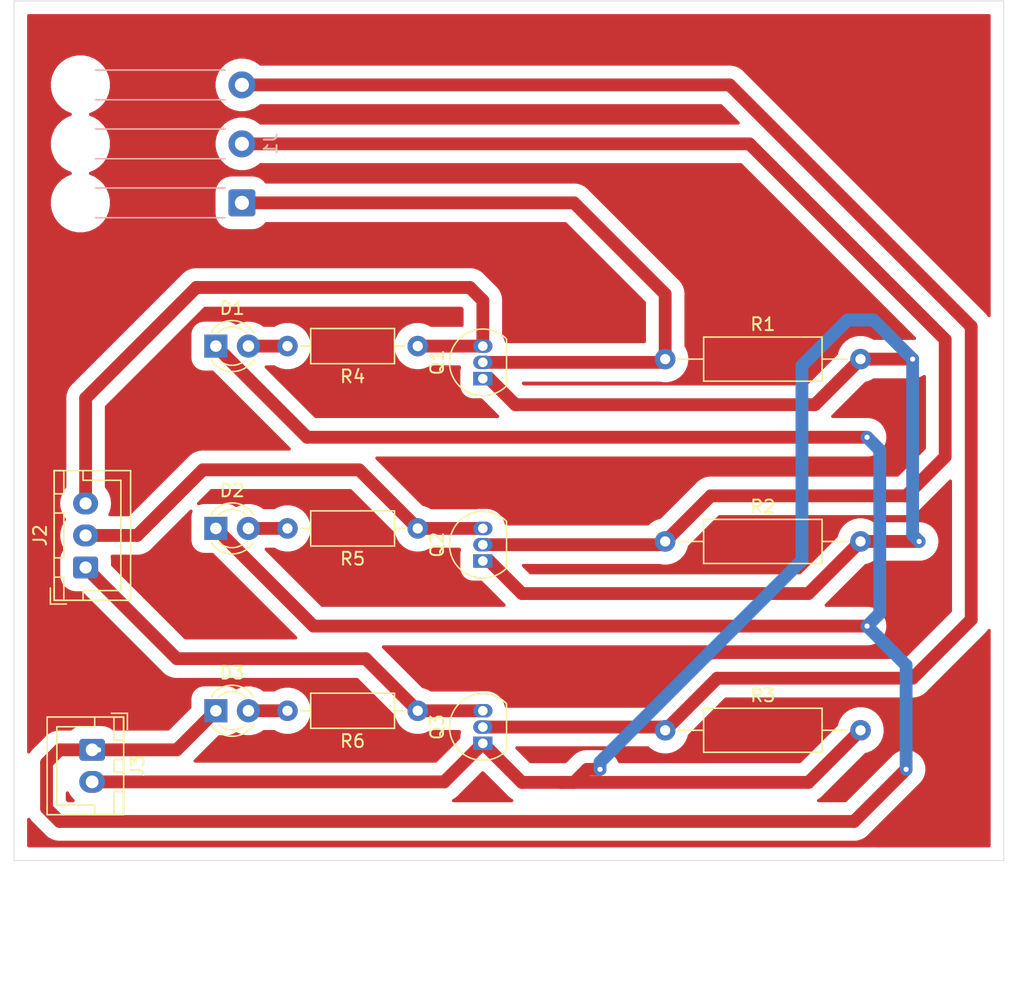
<source format=kicad_pcb>
(kicad_pcb (version 20171130) (host pcbnew "(5.1.10)-1")

  (general
    (thickness 1.6)
    (drawings 9)
    (tracks 99)
    (zones 0)
    (modules 15)
    (nets 12)
  )

  (page A4)
  (layers
    (0 F.Cu signal)
    (31 B.Cu signal)
    (32 B.Adhes user)
    (33 F.Adhes user)
    (34 B.Paste user)
    (35 F.Paste user)
    (36 B.SilkS user)
    (37 F.SilkS user)
    (38 B.Mask user)
    (39 F.Mask user)
    (40 Dwgs.User user)
    (41 Cmts.User user)
    (42 Eco1.User user)
    (43 Eco2.User user)
    (44 Edge.Cuts user)
    (45 Margin user)
    (46 B.CrtYd user)
    (47 F.CrtYd user)
    (48 B.Fab user)
    (49 F.Fab user)
  )

  (setup
    (last_trace_width 0.25)
    (trace_clearance 0.2)
    (zone_clearance 0.508)
    (zone_45_only no)
    (trace_min 0.2)
    (via_size 0.8)
    (via_drill 0.4)
    (via_min_size 0.4)
    (via_min_drill 0.3)
    (uvia_size 0.3)
    (uvia_drill 0.1)
    (uvias_allowed no)
    (uvia_min_size 0.2)
    (uvia_min_drill 0.1)
    (edge_width 0.05)
    (segment_width 0.2)
    (pcb_text_width 0.3)
    (pcb_text_size 1.5 1.5)
    (mod_edge_width 0.12)
    (mod_text_size 1 1)
    (mod_text_width 0.15)
    (pad_size 1.524 1.524)
    (pad_drill 0.762)
    (pad_to_mask_clearance 0)
    (aux_axis_origin 0 0)
    (visible_elements FFFFFF7F)
    (pcbplotparams
      (layerselection 0x01000_7fffffff)
      (usegerberextensions false)
      (usegerberattributes true)
      (usegerberadvancedattributes true)
      (creategerberjobfile true)
      (excludeedgelayer true)
      (linewidth 0.100000)
      (plotframeref false)
      (viasonmask false)
      (mode 1)
      (useauxorigin false)
      (hpglpennumber 1)
      (hpglpenspeed 20)
      (hpglpendiameter 15.000000)
      (psnegative false)
      (psa4output false)
      (plotreference true)
      (plotvalue true)
      (plotinvisibletext false)
      (padsonsilk false)
      (subtractmaskfromsilk false)
      (outputformat 3)
      (mirror false)
      (drillshape 2)
      (scaleselection 1)
      (outputdirectory ""))
  )

  (net 0 "")
  (net 1 "Net-(D1-Pad2)")
  (net 2 "Net-(D2-Pad2)")
  (net 3 "Net-(D3-Pad2)")
  (net 4 "Net-(J1-Pad1)")
  (net 5 "Net-(J1-Pad2)")
  (net 6 "Net-(J1-Pad3)")
  (net 7 GND)
  (net 8 +5V)
  (net 9 "Net-(J2-Pad1)")
  (net 10 "Net-(J2-Pad2)")
  (net 11 "Net-(J2-Pad3)")

  (net_class Default "This is the default net class."
    (clearance 0.2)
    (trace_width 0.25)
    (via_dia 0.8)
    (via_drill 0.4)
    (uvia_dia 0.3)
    (uvia_drill 0.1)
  )

  (net_class HomeMade ""
    (clearance 0.2)
    (trace_width 1)
    (via_dia 0.8)
    (via_drill 0.4)
    (uvia_dia 0.3)
    (uvia_drill 0.1)
    (add_net +5V)
    (add_net GND)
    (add_net "Net-(D1-Pad2)")
    (add_net "Net-(D2-Pad2)")
    (add_net "Net-(D3-Pad2)")
    (add_net "Net-(J1-Pad1)")
    (add_net "Net-(J1-Pad2)")
    (add_net "Net-(J1-Pad3)")
    (add_net "Net-(J2-Pad1)")
    (add_net "Net-(J2-Pad2)")
    (add_net "Net-(J2-Pad3)")
  )

  (module LED_THT:LED_D3.0mm (layer F.Cu) (tedit 587A3A7B) (tstamp 60DE8F78)
    (at 46.228 71.628)
    (descr "LED, diameter 3.0mm, 2 pins")
    (tags "LED diameter 3.0mm 2 pins")
    (path /60DE6301)
    (fp_text reference D1 (at 1.27 -2.96) (layer F.SilkS)
      (effects (font (size 1 1) (thickness 0.15)))
    )
    (fp_text value LED (at 1.27 2.96) (layer F.Fab)
      (effects (font (size 1 1) (thickness 0.15)))
    )
    (fp_line (start 3.7 -2.25) (end -1.15 -2.25) (layer F.CrtYd) (width 0.05))
    (fp_line (start 3.7 2.25) (end 3.7 -2.25) (layer F.CrtYd) (width 0.05))
    (fp_line (start -1.15 2.25) (end 3.7 2.25) (layer F.CrtYd) (width 0.05))
    (fp_line (start -1.15 -2.25) (end -1.15 2.25) (layer F.CrtYd) (width 0.05))
    (fp_line (start -0.29 1.08) (end -0.29 1.236) (layer F.SilkS) (width 0.12))
    (fp_line (start -0.29 -1.236) (end -0.29 -1.08) (layer F.SilkS) (width 0.12))
    (fp_line (start -0.23 -1.16619) (end -0.23 1.16619) (layer F.Fab) (width 0.1))
    (fp_circle (center 1.27 0) (end 2.77 0) (layer F.Fab) (width 0.1))
    (fp_arc (start 1.27 0) (end -0.23 -1.16619) (angle 284.3) (layer F.Fab) (width 0.1))
    (fp_arc (start 1.27 0) (end -0.29 -1.235516) (angle 108.8) (layer F.SilkS) (width 0.12))
    (fp_arc (start 1.27 0) (end -0.29 1.235516) (angle -108.8) (layer F.SilkS) (width 0.12))
    (fp_arc (start 1.27 0) (end 0.229039 -1.08) (angle 87.9) (layer F.SilkS) (width 0.12))
    (fp_arc (start 1.27 0) (end 0.229039 1.08) (angle -87.9) (layer F.SilkS) (width 0.12))
    (pad 1 thru_hole rect (at 0 0) (size 1.8 1.8) (drill 0.9) (layers *.Cu *.Mask)
      (net 7 GND))
    (pad 2 thru_hole circle (at 2.54 0) (size 1.8 1.8) (drill 0.9) (layers *.Cu *.Mask)
      (net 1 "Net-(D1-Pad2)"))
    (model ${KISYS3DMOD}/LED_THT.3dshapes/LED_D3.0mm.wrl
      (at (xyz 0 0 0))
      (scale (xyz 1 1 1))
      (rotate (xyz 0 0 0))
    )
  )

  (module LED_THT:LED_D3.0mm (layer F.Cu) (tedit 587A3A7B) (tstamp 60DE8F8B)
    (at 46.228 85.852)
    (descr "LED, diameter 3.0mm, 2 pins")
    (tags "LED diameter 3.0mm 2 pins")
    (path /60E2819C)
    (fp_text reference D2 (at 1.27 -2.96) (layer F.SilkS)
      (effects (font (size 1 1) (thickness 0.15)))
    )
    (fp_text value LED (at 1.27 2.96) (layer F.Fab)
      (effects (font (size 1 1) (thickness 0.15)))
    )
    (fp_arc (start 1.27 0) (end 0.229039 1.08) (angle -87.9) (layer F.SilkS) (width 0.12))
    (fp_arc (start 1.27 0) (end 0.229039 -1.08) (angle 87.9) (layer F.SilkS) (width 0.12))
    (fp_arc (start 1.27 0) (end -0.29 1.235516) (angle -108.8) (layer F.SilkS) (width 0.12))
    (fp_arc (start 1.27 0) (end -0.29 -1.235516) (angle 108.8) (layer F.SilkS) (width 0.12))
    (fp_arc (start 1.27 0) (end -0.23 -1.16619) (angle 284.3) (layer F.Fab) (width 0.1))
    (fp_circle (center 1.27 0) (end 2.77 0) (layer F.Fab) (width 0.1))
    (fp_line (start -0.23 -1.16619) (end -0.23 1.16619) (layer F.Fab) (width 0.1))
    (fp_line (start -0.29 -1.236) (end -0.29 -1.08) (layer F.SilkS) (width 0.12))
    (fp_line (start -0.29 1.08) (end -0.29 1.236) (layer F.SilkS) (width 0.12))
    (fp_line (start -1.15 -2.25) (end -1.15 2.25) (layer F.CrtYd) (width 0.05))
    (fp_line (start -1.15 2.25) (end 3.7 2.25) (layer F.CrtYd) (width 0.05))
    (fp_line (start 3.7 2.25) (end 3.7 -2.25) (layer F.CrtYd) (width 0.05))
    (fp_line (start 3.7 -2.25) (end -1.15 -2.25) (layer F.CrtYd) (width 0.05))
    (pad 2 thru_hole circle (at 2.54 0) (size 1.8 1.8) (drill 0.9) (layers *.Cu *.Mask)
      (net 2 "Net-(D2-Pad2)"))
    (pad 1 thru_hole rect (at 0 0) (size 1.8 1.8) (drill 0.9) (layers *.Cu *.Mask)
      (net 7 GND))
    (model ${KISYS3DMOD}/LED_THT.3dshapes/LED_D3.0mm.wrl
      (at (xyz 0 0 0))
      (scale (xyz 1 1 1))
      (rotate (xyz 0 0 0))
    )
  )

  (module LED_THT:LED_D3.0mm (layer F.Cu) (tedit 587A3A7B) (tstamp 60DE8F9E)
    (at 46.228 100.076)
    (descr "LED, diameter 3.0mm, 2 pins")
    (tags "LED diameter 3.0mm 2 pins")
    (path /60E2AAB6)
    (fp_text reference D3 (at 1.27 -2.96) (layer F.SilkS)
      (effects (font (size 1 1) (thickness 0.15)))
    )
    (fp_text value LED (at 1.27 2.96) (layer F.Fab)
      (effects (font (size 1 1) (thickness 0.15)))
    )
    (fp_line (start 3.7 -2.25) (end -1.15 -2.25) (layer F.CrtYd) (width 0.05))
    (fp_line (start 3.7 2.25) (end 3.7 -2.25) (layer F.CrtYd) (width 0.05))
    (fp_line (start -1.15 2.25) (end 3.7 2.25) (layer F.CrtYd) (width 0.05))
    (fp_line (start -1.15 -2.25) (end -1.15 2.25) (layer F.CrtYd) (width 0.05))
    (fp_line (start -0.29 1.08) (end -0.29 1.236) (layer F.SilkS) (width 0.12))
    (fp_line (start -0.29 -1.236) (end -0.29 -1.08) (layer F.SilkS) (width 0.12))
    (fp_line (start -0.23 -1.16619) (end -0.23 1.16619) (layer F.Fab) (width 0.1))
    (fp_circle (center 1.27 0) (end 2.77 0) (layer F.Fab) (width 0.1))
    (fp_arc (start 1.27 0) (end -0.23 -1.16619) (angle 284.3) (layer F.Fab) (width 0.1))
    (fp_arc (start 1.27 0) (end -0.29 -1.235516) (angle 108.8) (layer F.SilkS) (width 0.12))
    (fp_arc (start 1.27 0) (end -0.29 1.235516) (angle -108.8) (layer F.SilkS) (width 0.12))
    (fp_arc (start 1.27 0) (end 0.229039 -1.08) (angle 87.9) (layer F.SilkS) (width 0.12))
    (fp_arc (start 1.27 0) (end 0.229039 1.08) (angle -87.9) (layer F.SilkS) (width 0.12))
    (pad 1 thru_hole rect (at 0 0) (size 1.8 1.8) (drill 0.9) (layers *.Cu *.Mask)
      (net 7 GND))
    (pad 2 thru_hole circle (at 2.54 0) (size 1.8 1.8) (drill 0.9) (layers *.Cu *.Mask)
      (net 3 "Net-(D3-Pad2)"))
    (model ${KISYS3DMOD}/LED_THT.3dshapes/LED_D3.0mm.wrl
      (at (xyz 0 0 0))
      (scale (xyz 1 1 1))
      (rotate (xyz 0 0 0))
    )
  )

  (module Connector_Wire:SolderWire-0.5sqmm_1x03_P4.6mm_D0.9mm_OD2.1mm_Relief (layer B.Cu) (tedit 5EB70B43) (tstamp 60DE8FD3)
    (at 48.26 60.452 90)
    (descr "Soldered wire connection with feed through strain relief, for 3 times 0.5 mm² wires, basic insulation, conductor diameter 0.9mm, outer diameter 2.1mm, size source Multi-Contact FLEXI-E 0.5 (https://ec.staubli.com/AcroFiles/Catalogues/TM_Cab-Main-11014119_(en)_hi.pdf), bend radius 3 times outer diameter, generated with kicad-footprint-generator")
    (tags "connector wire 0.5sqmm strain-relief")
    (path /60DE3849)
    (attr virtual)
    (fp_text reference J1 (at 4.6 2.25 -90) (layer B.SilkS)
      (effects (font (size 1 1) (thickness 0.15)) (justify mirror))
    )
    (fp_text value Hall (at 4.6 -15.1 -90) (layer B.Fab)
      (effects (font (size 1 1) (thickness 0.15)) (justify mirror))
    )
    (fp_line (start 11 -10.8) (end 7.4 -10.8) (layer F.CrtYd) (width 0.05))
    (fp_line (start 11 -14.4) (end 11 -10.8) (layer F.CrtYd) (width 0.05))
    (fp_line (start 7.4 -14.4) (end 11 -14.4) (layer F.CrtYd) (width 0.05))
    (fp_line (start 7.4 -10.8) (end 7.4 -14.4) (layer F.CrtYd) (width 0.05))
    (fp_line (start 11 1.55) (end 7.4 1.55) (layer B.CrtYd) (width 0.05))
    (fp_line (start 11 -14.4) (end 11 1.55) (layer B.CrtYd) (width 0.05))
    (fp_line (start 7.4 -14.4) (end 11 -14.4) (layer B.CrtYd) (width 0.05))
    (fp_line (start 7.4 1.55) (end 7.4 -14.4) (layer B.CrtYd) (width 0.05))
    (fp_line (start 8.04 -1.31) (end 8.04 -11.44) (layer B.SilkS) (width 0.12))
    (fp_line (start 10.36 -1.31) (end 10.36 -11.44) (layer B.SilkS) (width 0.12))
    (fp_line (start 10.25 0) (end 10.25 -12.6) (layer B.Fab) (width 0.1))
    (fp_line (start 8.15 0) (end 8.15 -12.6) (layer B.Fab) (width 0.1))
    (fp_line (start 6.4 -10.8) (end 2.8 -10.8) (layer F.CrtYd) (width 0.05))
    (fp_line (start 6.4 -14.4) (end 6.4 -10.8) (layer F.CrtYd) (width 0.05))
    (fp_line (start 2.8 -14.4) (end 6.4 -14.4) (layer F.CrtYd) (width 0.05))
    (fp_line (start 2.8 -10.8) (end 2.8 -14.4) (layer F.CrtYd) (width 0.05))
    (fp_line (start 6.4 1.55) (end 2.8 1.55) (layer B.CrtYd) (width 0.05))
    (fp_line (start 6.4 -14.4) (end 6.4 1.55) (layer B.CrtYd) (width 0.05))
    (fp_line (start 2.8 -14.4) (end 6.4 -14.4) (layer B.CrtYd) (width 0.05))
    (fp_line (start 2.8 1.55) (end 2.8 -14.4) (layer B.CrtYd) (width 0.05))
    (fp_line (start 3.44 -1.31) (end 3.44 -11.44) (layer B.SilkS) (width 0.12))
    (fp_line (start 5.76 -1.31) (end 5.76 -11.44) (layer B.SilkS) (width 0.12))
    (fp_line (start 5.65 0) (end 5.65 -12.6) (layer B.Fab) (width 0.1))
    (fp_line (start 3.55 0) (end 3.55 -12.6) (layer B.Fab) (width 0.1))
    (fp_line (start 1.8 -10.8) (end -1.8 -10.8) (layer F.CrtYd) (width 0.05))
    (fp_line (start 1.8 -14.4) (end 1.8 -10.8) (layer F.CrtYd) (width 0.05))
    (fp_line (start -1.8 -14.4) (end 1.8 -14.4) (layer F.CrtYd) (width 0.05))
    (fp_line (start -1.8 -10.8) (end -1.8 -14.4) (layer F.CrtYd) (width 0.05))
    (fp_line (start 1.8 1.55) (end -1.8 1.55) (layer B.CrtYd) (width 0.05))
    (fp_line (start 1.8 -14.4) (end 1.8 1.55) (layer B.CrtYd) (width 0.05))
    (fp_line (start -1.8 -14.4) (end 1.8 -14.4) (layer B.CrtYd) (width 0.05))
    (fp_line (start -1.8 1.55) (end -1.8 -14.4) (layer B.CrtYd) (width 0.05))
    (fp_line (start -1.16 -1.31) (end -1.16 -11.44) (layer B.SilkS) (width 0.12))
    (fp_line (start 1.16 -1.31) (end 1.16 -11.44) (layer B.SilkS) (width 0.12))
    (fp_line (start 1.05 0) (end 1.05 -12.6) (layer B.Fab) (width 0.1))
    (fp_line (start -1.05 0) (end -1.05 -12.6) (layer B.Fab) (width 0.1))
    (fp_circle (center 9.2 -12.6) (end 10.25 -12.6) (layer B.Fab) (width 0.1))
    (fp_circle (center 9.2 0) (end 10.25 0) (layer B.Fab) (width 0.1))
    (fp_circle (center 4.6 -12.6) (end 5.65 -12.6) (layer B.Fab) (width 0.1))
    (fp_circle (center 4.6 0) (end 5.65 0) (layer B.Fab) (width 0.1))
    (fp_circle (center 0 -12.6) (end 1.05 -12.6) (layer B.Fab) (width 0.1))
    (fp_circle (center 0 0) (end 1.05 0) (layer B.Fab) (width 0.1))
    (fp_text user %R (at 4.6 -6.3) (layer B.Fab)
      (effects (font (size 1 1) (thickness 0.15)) (justify mirror))
    )
    (pad 1 thru_hole roundrect (at 0 0 90) (size 2.1 2.1) (drill 1.1) (layers *.Cu *.Mask) (roundrect_rratio 0.119048)
      (net 4 "Net-(J1-Pad1)"))
    (pad 2 thru_hole circle (at 4.6 0 90) (size 2.1 2.1) (drill 1.1) (layers *.Cu *.Mask)
      (net 5 "Net-(J1-Pad2)"))
    (pad 3 thru_hole circle (at 9.2 0 90) (size 2.1 2.1) (drill 1.1) (layers *.Cu *.Mask)
      (net 6 "Net-(J1-Pad3)"))
    (pad "" np_thru_hole circle (at 0 -12.6 90) (size 2.6 2.6) (drill 2.6) (layers *.Cu *.Mask))
    (pad "" np_thru_hole circle (at 4.6 -12.6 90) (size 2.6 2.6) (drill 2.6) (layers *.Cu *.Mask))
    (pad "" np_thru_hole circle (at 9.2 -12.6 90) (size 2.6 2.6) (drill 2.6) (layers *.Cu *.Mask))
    (model ${KISYS3DMOD}/Connector_Wire.3dshapes/SolderWire-0.5sqmm_1x03_P4.6mm_D0.9mm_OD2.1mm_Relief.wrl
      (at (xyz 0 0 0))
      (scale (xyz 1 1 1))
      (rotate (xyz 0 0 0))
    )
  )

  (module Connector_JST:JST_XH_B3B-XH-A_1x03_P2.50mm_Vertical (layer F.Cu) (tedit 5C28146C) (tstamp 60DE8FFD)
    (at 36.068 88.9 90)
    (descr "JST XH series connector, B3B-XH-A (http://www.jst-mfg.com/product/pdf/eng/eXH.pdf), generated with kicad-footprint-generator")
    (tags "connector JST XH vertical")
    (path /60E23DDA)
    (fp_text reference J2 (at 2.5 -3.55 90) (layer F.SilkS)
      (effects (font (size 1 1) (thickness 0.15)))
    )
    (fp_text value Output (at 2.5 4.6 90) (layer F.Fab)
      (effects (font (size 1 1) (thickness 0.15)))
    )
    (fp_line (start -2.85 -2.75) (end -2.85 -1.5) (layer F.SilkS) (width 0.12))
    (fp_line (start -1.6 -2.75) (end -2.85 -2.75) (layer F.SilkS) (width 0.12))
    (fp_line (start 6.8 2.75) (end 2.5 2.75) (layer F.SilkS) (width 0.12))
    (fp_line (start 6.8 -0.2) (end 6.8 2.75) (layer F.SilkS) (width 0.12))
    (fp_line (start 7.55 -0.2) (end 6.8 -0.2) (layer F.SilkS) (width 0.12))
    (fp_line (start -1.8 2.75) (end 2.5 2.75) (layer F.SilkS) (width 0.12))
    (fp_line (start -1.8 -0.2) (end -1.8 2.75) (layer F.SilkS) (width 0.12))
    (fp_line (start -2.55 -0.2) (end -1.8 -0.2) (layer F.SilkS) (width 0.12))
    (fp_line (start 7.55 -2.45) (end 5.75 -2.45) (layer F.SilkS) (width 0.12))
    (fp_line (start 7.55 -1.7) (end 7.55 -2.45) (layer F.SilkS) (width 0.12))
    (fp_line (start 5.75 -1.7) (end 7.55 -1.7) (layer F.SilkS) (width 0.12))
    (fp_line (start 5.75 -2.45) (end 5.75 -1.7) (layer F.SilkS) (width 0.12))
    (fp_line (start -0.75 -2.45) (end -2.55 -2.45) (layer F.SilkS) (width 0.12))
    (fp_line (start -0.75 -1.7) (end -0.75 -2.45) (layer F.SilkS) (width 0.12))
    (fp_line (start -2.55 -1.7) (end -0.75 -1.7) (layer F.SilkS) (width 0.12))
    (fp_line (start -2.55 -2.45) (end -2.55 -1.7) (layer F.SilkS) (width 0.12))
    (fp_line (start 4.25 -2.45) (end 0.75 -2.45) (layer F.SilkS) (width 0.12))
    (fp_line (start 4.25 -1.7) (end 4.25 -2.45) (layer F.SilkS) (width 0.12))
    (fp_line (start 0.75 -1.7) (end 4.25 -1.7) (layer F.SilkS) (width 0.12))
    (fp_line (start 0.75 -2.45) (end 0.75 -1.7) (layer F.SilkS) (width 0.12))
    (fp_line (start 0 -1.35) (end 0.625 -2.35) (layer F.Fab) (width 0.1))
    (fp_line (start -0.625 -2.35) (end 0 -1.35) (layer F.Fab) (width 0.1))
    (fp_line (start 7.95 -2.85) (end -2.95 -2.85) (layer F.CrtYd) (width 0.05))
    (fp_line (start 7.95 3.9) (end 7.95 -2.85) (layer F.CrtYd) (width 0.05))
    (fp_line (start -2.95 3.9) (end 7.95 3.9) (layer F.CrtYd) (width 0.05))
    (fp_line (start -2.95 -2.85) (end -2.95 3.9) (layer F.CrtYd) (width 0.05))
    (fp_line (start 7.56 -2.46) (end -2.56 -2.46) (layer F.SilkS) (width 0.12))
    (fp_line (start 7.56 3.51) (end 7.56 -2.46) (layer F.SilkS) (width 0.12))
    (fp_line (start -2.56 3.51) (end 7.56 3.51) (layer F.SilkS) (width 0.12))
    (fp_line (start -2.56 -2.46) (end -2.56 3.51) (layer F.SilkS) (width 0.12))
    (fp_line (start 7.45 -2.35) (end -2.45 -2.35) (layer F.Fab) (width 0.1))
    (fp_line (start 7.45 3.4) (end 7.45 -2.35) (layer F.Fab) (width 0.1))
    (fp_line (start -2.45 3.4) (end 7.45 3.4) (layer F.Fab) (width 0.1))
    (fp_line (start -2.45 -2.35) (end -2.45 3.4) (layer F.Fab) (width 0.1))
    (fp_text user %R (at 2.5 2.7 90) (layer F.Fab)
      (effects (font (size 1 1) (thickness 0.15)))
    )
    (pad 1 thru_hole roundrect (at 0 0 90) (size 1.7 1.95) (drill 0.95) (layers *.Cu *.Mask) (roundrect_rratio 0.147059)
      (net 9 "Net-(J2-Pad1)"))
    (pad 2 thru_hole oval (at 2.5 0 90) (size 1.7 1.95) (drill 0.95) (layers *.Cu *.Mask)
      (net 10 "Net-(J2-Pad2)"))
    (pad 3 thru_hole oval (at 5 0 90) (size 1.7 1.95) (drill 0.95) (layers *.Cu *.Mask)
      (net 11 "Net-(J2-Pad3)"))
    (model ${KISYS3DMOD}/Connector_JST.3dshapes/JST_XH_B3B-XH-A_1x03_P2.50mm_Vertical.wrl
      (at (xyz 0 0 0))
      (scale (xyz 1 1 1))
      (rotate (xyz 0 0 0))
    )
  )

  (module Connector_JST:JST_XH_B2B-XH-A_1x02_P2.50mm_Vertical (layer F.Cu) (tedit 5C28146C) (tstamp 60DE9026)
    (at 36.576 103.124 270)
    (descr "JST XH series connector, B2B-XH-A (http://www.jst-mfg.com/product/pdf/eng/eXH.pdf), generated with kicad-footprint-generator")
    (tags "connector JST XH vertical")
    (path /60DE4513)
    (fp_text reference J3 (at 1.25 -3.55 90) (layer F.SilkS)
      (effects (font (size 1 1) (thickness 0.15)))
    )
    (fp_text value Power (at 1.25 4.6 90) (layer F.Fab)
      (effects (font (size 1 1) (thickness 0.15)))
    )
    (fp_line (start -2.85 -2.75) (end -2.85 -1.5) (layer F.SilkS) (width 0.12))
    (fp_line (start -1.6 -2.75) (end -2.85 -2.75) (layer F.SilkS) (width 0.12))
    (fp_line (start 4.3 2.75) (end 1.25 2.75) (layer F.SilkS) (width 0.12))
    (fp_line (start 4.3 -0.2) (end 4.3 2.75) (layer F.SilkS) (width 0.12))
    (fp_line (start 5.05 -0.2) (end 4.3 -0.2) (layer F.SilkS) (width 0.12))
    (fp_line (start -1.8 2.75) (end 1.25 2.75) (layer F.SilkS) (width 0.12))
    (fp_line (start -1.8 -0.2) (end -1.8 2.75) (layer F.SilkS) (width 0.12))
    (fp_line (start -2.55 -0.2) (end -1.8 -0.2) (layer F.SilkS) (width 0.12))
    (fp_line (start 5.05 -2.45) (end 3.25 -2.45) (layer F.SilkS) (width 0.12))
    (fp_line (start 5.05 -1.7) (end 5.05 -2.45) (layer F.SilkS) (width 0.12))
    (fp_line (start 3.25 -1.7) (end 5.05 -1.7) (layer F.SilkS) (width 0.12))
    (fp_line (start 3.25 -2.45) (end 3.25 -1.7) (layer F.SilkS) (width 0.12))
    (fp_line (start -0.75 -2.45) (end -2.55 -2.45) (layer F.SilkS) (width 0.12))
    (fp_line (start -0.75 -1.7) (end -0.75 -2.45) (layer F.SilkS) (width 0.12))
    (fp_line (start -2.55 -1.7) (end -0.75 -1.7) (layer F.SilkS) (width 0.12))
    (fp_line (start -2.55 -2.45) (end -2.55 -1.7) (layer F.SilkS) (width 0.12))
    (fp_line (start 1.75 -2.45) (end 0.75 -2.45) (layer F.SilkS) (width 0.12))
    (fp_line (start 1.75 -1.7) (end 1.75 -2.45) (layer F.SilkS) (width 0.12))
    (fp_line (start 0.75 -1.7) (end 1.75 -1.7) (layer F.SilkS) (width 0.12))
    (fp_line (start 0.75 -2.45) (end 0.75 -1.7) (layer F.SilkS) (width 0.12))
    (fp_line (start 0 -1.35) (end 0.625 -2.35) (layer F.Fab) (width 0.1))
    (fp_line (start -0.625 -2.35) (end 0 -1.35) (layer F.Fab) (width 0.1))
    (fp_line (start 5.45 -2.85) (end -2.95 -2.85) (layer F.CrtYd) (width 0.05))
    (fp_line (start 5.45 3.9) (end 5.45 -2.85) (layer F.CrtYd) (width 0.05))
    (fp_line (start -2.95 3.9) (end 5.45 3.9) (layer F.CrtYd) (width 0.05))
    (fp_line (start -2.95 -2.85) (end -2.95 3.9) (layer F.CrtYd) (width 0.05))
    (fp_line (start 5.06 -2.46) (end -2.56 -2.46) (layer F.SilkS) (width 0.12))
    (fp_line (start 5.06 3.51) (end 5.06 -2.46) (layer F.SilkS) (width 0.12))
    (fp_line (start -2.56 3.51) (end 5.06 3.51) (layer F.SilkS) (width 0.12))
    (fp_line (start -2.56 -2.46) (end -2.56 3.51) (layer F.SilkS) (width 0.12))
    (fp_line (start 4.95 -2.35) (end -2.45 -2.35) (layer F.Fab) (width 0.1))
    (fp_line (start 4.95 3.4) (end 4.95 -2.35) (layer F.Fab) (width 0.1))
    (fp_line (start -2.45 3.4) (end 4.95 3.4) (layer F.Fab) (width 0.1))
    (fp_line (start -2.45 -2.35) (end -2.45 3.4) (layer F.Fab) (width 0.1))
    (fp_text user %R (at 1.25 2.7 90) (layer F.Fab)
      (effects (font (size 1 1) (thickness 0.15)))
    )
    (pad 1 thru_hole roundrect (at 0 0 270) (size 1.7 2) (drill 1) (layers *.Cu *.Mask) (roundrect_rratio 0.147059)
      (net 7 GND))
    (pad 2 thru_hole oval (at 2.5 0 270) (size 1.7 2) (drill 1) (layers *.Cu *.Mask)
      (net 8 +5V))
    (model ${KISYS3DMOD}/Connector_JST.3dshapes/JST_XH_B2B-XH-A_1x02_P2.50mm_Vertical.wrl
      (at (xyz 0 0 0))
      (scale (xyz 1 1 1))
      (rotate (xyz 0 0 0))
    )
  )

  (module Package_TO_SOT_THT:TO-92_Inline (layer F.Cu) (tedit 5A1DD157) (tstamp 60DE9038)
    (at 67.056 74.168 90)
    (descr "TO-92 leads in-line, narrow, oval pads, drill 0.75mm (see NXP sot054_po.pdf)")
    (tags "to-92 sc-43 sc-43a sot54 PA33 transistor")
    (path /60E1BBEE)
    (fp_text reference Q1 (at 1.27 -3.56 90) (layer F.SilkS)
      (effects (font (size 1 1) (thickness 0.15)))
    )
    (fp_text value BC558 (at 1.27 2.79 90) (layer F.Fab)
      (effects (font (size 1 1) (thickness 0.15)))
    )
    (fp_line (start 4 2.01) (end -1.46 2.01) (layer F.CrtYd) (width 0.05))
    (fp_line (start 4 2.01) (end 4 -2.73) (layer F.CrtYd) (width 0.05))
    (fp_line (start -1.46 -2.73) (end -1.46 2.01) (layer F.CrtYd) (width 0.05))
    (fp_line (start -1.46 -2.73) (end 4 -2.73) (layer F.CrtYd) (width 0.05))
    (fp_line (start -0.5 1.75) (end 3 1.75) (layer F.Fab) (width 0.1))
    (fp_line (start -0.53 1.85) (end 3.07 1.85) (layer F.SilkS) (width 0.12))
    (fp_text user %R (at 1.27 0 90) (layer F.Fab)
      (effects (font (size 1 1) (thickness 0.15)))
    )
    (fp_arc (start 1.27 0) (end 1.27 -2.48) (angle 135) (layer F.Fab) (width 0.1))
    (fp_arc (start 1.27 0) (end 1.27 -2.6) (angle -135) (layer F.SilkS) (width 0.12))
    (fp_arc (start 1.27 0) (end 1.27 -2.48) (angle -135) (layer F.Fab) (width 0.1))
    (fp_arc (start 1.27 0) (end 1.27 -2.6) (angle 135) (layer F.SilkS) (width 0.12))
    (pad 2 thru_hole oval (at 1.27 0 90) (size 1.05 1.5) (drill 0.75) (layers *.Cu *.Mask)
      (net 4 "Net-(J1-Pad1)"))
    (pad 3 thru_hole oval (at 2.54 0 90) (size 1.05 1.5) (drill 0.75) (layers *.Cu *.Mask)
      (net 11 "Net-(J2-Pad3)"))
    (pad 1 thru_hole rect (at 0 0 90) (size 1.05 1.5) (drill 0.75) (layers *.Cu *.Mask)
      (net 8 +5V))
    (model ${KISYS3DMOD}/Package_TO_SOT_THT.3dshapes/TO-92_Inline.wrl
      (at (xyz 0 0 0))
      (scale (xyz 1 1 1))
      (rotate (xyz 0 0 0))
    )
  )

  (module Package_TO_SOT_THT:TO-92_Inline (layer F.Cu) (tedit 5A1DD157) (tstamp 60DE904A)
    (at 67.056 88.392 90)
    (descr "TO-92 leads in-line, narrow, oval pads, drill 0.75mm (see NXP sot054_po.pdf)")
    (tags "to-92 sc-43 sc-43a sot54 PA33 transistor")
    (path /60E19A48)
    (fp_text reference Q2 (at 1.27 -3.56 90) (layer F.SilkS)
      (effects (font (size 1 1) (thickness 0.15)))
    )
    (fp_text value BC558 (at 1.27 2.79 90) (layer F.Fab)
      (effects (font (size 1 1) (thickness 0.15)))
    )
    (fp_arc (start 1.27 0) (end 1.27 -2.6) (angle 135) (layer F.SilkS) (width 0.12))
    (fp_arc (start 1.27 0) (end 1.27 -2.48) (angle -135) (layer F.Fab) (width 0.1))
    (fp_arc (start 1.27 0) (end 1.27 -2.6) (angle -135) (layer F.SilkS) (width 0.12))
    (fp_arc (start 1.27 0) (end 1.27 -2.48) (angle 135) (layer F.Fab) (width 0.1))
    (fp_text user %R (at 1.27 0 90) (layer F.Fab)
      (effects (font (size 1 1) (thickness 0.15)))
    )
    (fp_line (start -0.53 1.85) (end 3.07 1.85) (layer F.SilkS) (width 0.12))
    (fp_line (start -0.5 1.75) (end 3 1.75) (layer F.Fab) (width 0.1))
    (fp_line (start -1.46 -2.73) (end 4 -2.73) (layer F.CrtYd) (width 0.05))
    (fp_line (start -1.46 -2.73) (end -1.46 2.01) (layer F.CrtYd) (width 0.05))
    (fp_line (start 4 2.01) (end 4 -2.73) (layer F.CrtYd) (width 0.05))
    (fp_line (start 4 2.01) (end -1.46 2.01) (layer F.CrtYd) (width 0.05))
    (pad 1 thru_hole rect (at 0 0 90) (size 1.05 1.5) (drill 0.75) (layers *.Cu *.Mask)
      (net 8 +5V))
    (pad 3 thru_hole oval (at 2.54 0 90) (size 1.05 1.5) (drill 0.75) (layers *.Cu *.Mask)
      (net 10 "Net-(J2-Pad2)"))
    (pad 2 thru_hole oval (at 1.27 0 90) (size 1.05 1.5) (drill 0.75) (layers *.Cu *.Mask)
      (net 5 "Net-(J1-Pad2)"))
    (model ${KISYS3DMOD}/Package_TO_SOT_THT.3dshapes/TO-92_Inline.wrl
      (at (xyz 0 0 0))
      (scale (xyz 1 1 1))
      (rotate (xyz 0 0 0))
    )
  )

  (module Package_TO_SOT_THT:TO-92_Inline (layer F.Cu) (tedit 5A1DD157) (tstamp 60DE905C)
    (at 67.056 102.616 90)
    (descr "TO-92 leads in-line, narrow, oval pads, drill 0.75mm (see NXP sot054_po.pdf)")
    (tags "to-92 sc-43 sc-43a sot54 PA33 transistor")
    (path /60DFC814)
    (fp_text reference Q3 (at 1.27 -3.56 90) (layer F.SilkS)
      (effects (font (size 1 1) (thickness 0.15)))
    )
    (fp_text value BC558 (at 1.27 2.79 90) (layer F.Fab)
      (effects (font (size 1 1) (thickness 0.15)))
    )
    (fp_line (start 4 2.01) (end -1.46 2.01) (layer F.CrtYd) (width 0.05))
    (fp_line (start 4 2.01) (end 4 -2.73) (layer F.CrtYd) (width 0.05))
    (fp_line (start -1.46 -2.73) (end -1.46 2.01) (layer F.CrtYd) (width 0.05))
    (fp_line (start -1.46 -2.73) (end 4 -2.73) (layer F.CrtYd) (width 0.05))
    (fp_line (start -0.5 1.75) (end 3 1.75) (layer F.Fab) (width 0.1))
    (fp_line (start -0.53 1.85) (end 3.07 1.85) (layer F.SilkS) (width 0.12))
    (fp_text user %R (at 1.27 0 90) (layer F.Fab)
      (effects (font (size 1 1) (thickness 0.15)))
    )
    (fp_arc (start 1.27 0) (end 1.27 -2.48) (angle 135) (layer F.Fab) (width 0.1))
    (fp_arc (start 1.27 0) (end 1.27 -2.6) (angle -135) (layer F.SilkS) (width 0.12))
    (fp_arc (start 1.27 0) (end 1.27 -2.48) (angle -135) (layer F.Fab) (width 0.1))
    (fp_arc (start 1.27 0) (end 1.27 -2.6) (angle 135) (layer F.SilkS) (width 0.12))
    (pad 2 thru_hole oval (at 1.27 0 90) (size 1.05 1.5) (drill 0.75) (layers *.Cu *.Mask)
      (net 6 "Net-(J1-Pad3)"))
    (pad 3 thru_hole oval (at 2.54 0 90) (size 1.05 1.5) (drill 0.75) (layers *.Cu *.Mask)
      (net 9 "Net-(J2-Pad1)"))
    (pad 1 thru_hole rect (at 0 0 90) (size 1.05 1.5) (drill 0.75) (layers *.Cu *.Mask)
      (net 8 +5V))
    (model ${KISYS3DMOD}/Package_TO_SOT_THT.3dshapes/TO-92_Inline.wrl
      (at (xyz 0 0 0))
      (scale (xyz 1 1 1))
      (rotate (xyz 0 0 0))
    )
  )

  (module Resistor_THT:R_Axial_DIN0309_L9.0mm_D3.2mm_P15.24mm_Horizontal (layer F.Cu) (tedit 5AE5139B) (tstamp 60DE9073)
    (at 81.28 72.644)
    (descr "Resistor, Axial_DIN0309 series, Axial, Horizontal, pin pitch=15.24mm, 0.5W = 1/2W, length*diameter=9*3.2mm^2, http://cdn-reichelt.de/documents/datenblatt/B400/1_4W%23YAG.pdf")
    (tags "Resistor Axial_DIN0309 series Axial Horizontal pin pitch 15.24mm 0.5W = 1/2W length 9mm diameter 3.2mm")
    (path /60E1BBFA)
    (fp_text reference R1 (at 7.62 -2.72) (layer F.SilkS)
      (effects (font (size 1 1) (thickness 0.15)))
    )
    (fp_text value R10k (at 7.62 2.72) (layer F.Fab)
      (effects (font (size 1 1) (thickness 0.15)))
    )
    (fp_line (start 16.29 -1.85) (end -1.05 -1.85) (layer F.CrtYd) (width 0.05))
    (fp_line (start 16.29 1.85) (end 16.29 -1.85) (layer F.CrtYd) (width 0.05))
    (fp_line (start -1.05 1.85) (end 16.29 1.85) (layer F.CrtYd) (width 0.05))
    (fp_line (start -1.05 -1.85) (end -1.05 1.85) (layer F.CrtYd) (width 0.05))
    (fp_line (start 14.2 0) (end 12.24 0) (layer F.SilkS) (width 0.12))
    (fp_line (start 1.04 0) (end 3 0) (layer F.SilkS) (width 0.12))
    (fp_line (start 12.24 -1.72) (end 3 -1.72) (layer F.SilkS) (width 0.12))
    (fp_line (start 12.24 1.72) (end 12.24 -1.72) (layer F.SilkS) (width 0.12))
    (fp_line (start 3 1.72) (end 12.24 1.72) (layer F.SilkS) (width 0.12))
    (fp_line (start 3 -1.72) (end 3 1.72) (layer F.SilkS) (width 0.12))
    (fp_line (start 15.24 0) (end 12.12 0) (layer F.Fab) (width 0.1))
    (fp_line (start 0 0) (end 3.12 0) (layer F.Fab) (width 0.1))
    (fp_line (start 12.12 -1.6) (end 3.12 -1.6) (layer F.Fab) (width 0.1))
    (fp_line (start 12.12 1.6) (end 12.12 -1.6) (layer F.Fab) (width 0.1))
    (fp_line (start 3.12 1.6) (end 12.12 1.6) (layer F.Fab) (width 0.1))
    (fp_line (start 3.12 -1.6) (end 3.12 1.6) (layer F.Fab) (width 0.1))
    (fp_text user %R (at 7.62 0) (layer F.Fab)
      (effects (font (size 1 1) (thickness 0.15)))
    )
    (pad 1 thru_hole circle (at 0 0) (size 1.6 1.6) (drill 0.8) (layers *.Cu *.Mask)
      (net 4 "Net-(J1-Pad1)"))
    (pad 2 thru_hole oval (at 15.24 0) (size 1.6 1.6) (drill 0.8) (layers *.Cu *.Mask)
      (net 8 +5V))
    (model ${KISYS3DMOD}/Resistor_THT.3dshapes/R_Axial_DIN0309_L9.0mm_D3.2mm_P15.24mm_Horizontal.wrl
      (at (xyz 0 0 0))
      (scale (xyz 1 1 1))
      (rotate (xyz 0 0 0))
    )
  )

  (module Resistor_THT:R_Axial_DIN0309_L9.0mm_D3.2mm_P15.24mm_Horizontal (layer F.Cu) (tedit 5AE5139B) (tstamp 60DE908A)
    (at 81.28 86.868)
    (descr "Resistor, Axial_DIN0309 series, Axial, Horizontal, pin pitch=15.24mm, 0.5W = 1/2W, length*diameter=9*3.2mm^2, http://cdn-reichelt.de/documents/datenblatt/B400/1_4W%23YAG.pdf")
    (tags "Resistor Axial_DIN0309 series Axial Horizontal pin pitch 15.24mm 0.5W = 1/2W length 9mm diameter 3.2mm")
    (path /60E19A54)
    (fp_text reference R2 (at 7.62 -2.72) (layer F.SilkS)
      (effects (font (size 1 1) (thickness 0.15)))
    )
    (fp_text value R10k (at 7.62 2.72) (layer F.Fab)
      (effects (font (size 1 1) (thickness 0.15)))
    )
    (fp_text user %R (at 7.62 0) (layer F.Fab)
      (effects (font (size 1 1) (thickness 0.15)))
    )
    (fp_line (start 3.12 -1.6) (end 3.12 1.6) (layer F.Fab) (width 0.1))
    (fp_line (start 3.12 1.6) (end 12.12 1.6) (layer F.Fab) (width 0.1))
    (fp_line (start 12.12 1.6) (end 12.12 -1.6) (layer F.Fab) (width 0.1))
    (fp_line (start 12.12 -1.6) (end 3.12 -1.6) (layer F.Fab) (width 0.1))
    (fp_line (start 0 0) (end 3.12 0) (layer F.Fab) (width 0.1))
    (fp_line (start 15.24 0) (end 12.12 0) (layer F.Fab) (width 0.1))
    (fp_line (start 3 -1.72) (end 3 1.72) (layer F.SilkS) (width 0.12))
    (fp_line (start 3 1.72) (end 12.24 1.72) (layer F.SilkS) (width 0.12))
    (fp_line (start 12.24 1.72) (end 12.24 -1.72) (layer F.SilkS) (width 0.12))
    (fp_line (start 12.24 -1.72) (end 3 -1.72) (layer F.SilkS) (width 0.12))
    (fp_line (start 1.04 0) (end 3 0) (layer F.SilkS) (width 0.12))
    (fp_line (start 14.2 0) (end 12.24 0) (layer F.SilkS) (width 0.12))
    (fp_line (start -1.05 -1.85) (end -1.05 1.85) (layer F.CrtYd) (width 0.05))
    (fp_line (start -1.05 1.85) (end 16.29 1.85) (layer F.CrtYd) (width 0.05))
    (fp_line (start 16.29 1.85) (end 16.29 -1.85) (layer F.CrtYd) (width 0.05))
    (fp_line (start 16.29 -1.85) (end -1.05 -1.85) (layer F.CrtYd) (width 0.05))
    (pad 2 thru_hole oval (at 15.24 0) (size 1.6 1.6) (drill 0.8) (layers *.Cu *.Mask)
      (net 8 +5V))
    (pad 1 thru_hole circle (at 0 0) (size 1.6 1.6) (drill 0.8) (layers *.Cu *.Mask)
      (net 5 "Net-(J1-Pad2)"))
    (model ${KISYS3DMOD}/Resistor_THT.3dshapes/R_Axial_DIN0309_L9.0mm_D3.2mm_P15.24mm_Horizontal.wrl
      (at (xyz 0 0 0))
      (scale (xyz 1 1 1))
      (rotate (xyz 0 0 0))
    )
  )

  (module Resistor_THT:R_Axial_DIN0309_L9.0mm_D3.2mm_P15.24mm_Horizontal (layer F.Cu) (tedit 5AE5139B) (tstamp 60DE90A1)
    (at 81.28 101.6)
    (descr "Resistor, Axial_DIN0309 series, Axial, Horizontal, pin pitch=15.24mm, 0.5W = 1/2W, length*diameter=9*3.2mm^2, http://cdn-reichelt.de/documents/datenblatt/B400/1_4W%23YAG.pdf")
    (tags "Resistor Axial_DIN0309 series Axial Horizontal pin pitch 15.24mm 0.5W = 1/2W length 9mm diameter 3.2mm")
    (path /60E01186)
    (fp_text reference R3 (at 7.62 -2.72) (layer F.SilkS)
      (effects (font (size 1 1) (thickness 0.15)))
    )
    (fp_text value R10k (at 7.62 2.72) (layer F.Fab)
      (effects (font (size 1 1) (thickness 0.15)))
    )
    (fp_line (start 16.29 -1.85) (end -1.05 -1.85) (layer F.CrtYd) (width 0.05))
    (fp_line (start 16.29 1.85) (end 16.29 -1.85) (layer F.CrtYd) (width 0.05))
    (fp_line (start -1.05 1.85) (end 16.29 1.85) (layer F.CrtYd) (width 0.05))
    (fp_line (start -1.05 -1.85) (end -1.05 1.85) (layer F.CrtYd) (width 0.05))
    (fp_line (start 14.2 0) (end 12.24 0) (layer F.SilkS) (width 0.12))
    (fp_line (start 1.04 0) (end 3 0) (layer F.SilkS) (width 0.12))
    (fp_line (start 12.24 -1.72) (end 3 -1.72) (layer F.SilkS) (width 0.12))
    (fp_line (start 12.24 1.72) (end 12.24 -1.72) (layer F.SilkS) (width 0.12))
    (fp_line (start 3 1.72) (end 12.24 1.72) (layer F.SilkS) (width 0.12))
    (fp_line (start 3 -1.72) (end 3 1.72) (layer F.SilkS) (width 0.12))
    (fp_line (start 15.24 0) (end 12.12 0) (layer F.Fab) (width 0.1))
    (fp_line (start 0 0) (end 3.12 0) (layer F.Fab) (width 0.1))
    (fp_line (start 12.12 -1.6) (end 3.12 -1.6) (layer F.Fab) (width 0.1))
    (fp_line (start 12.12 1.6) (end 12.12 -1.6) (layer F.Fab) (width 0.1))
    (fp_line (start 3.12 1.6) (end 12.12 1.6) (layer F.Fab) (width 0.1))
    (fp_line (start 3.12 -1.6) (end 3.12 1.6) (layer F.Fab) (width 0.1))
    (fp_text user %R (at 7.62 0) (layer F.Fab)
      (effects (font (size 1 1) (thickness 0.15)))
    )
    (pad 1 thru_hole circle (at 0 0) (size 1.6 1.6) (drill 0.8) (layers *.Cu *.Mask)
      (net 6 "Net-(J1-Pad3)"))
    (pad 2 thru_hole oval (at 15.24 0) (size 1.6 1.6) (drill 0.8) (layers *.Cu *.Mask)
      (net 8 +5V))
    (model ${KISYS3DMOD}/Resistor_THT.3dshapes/R_Axial_DIN0309_L9.0mm_D3.2mm_P15.24mm_Horizontal.wrl
      (at (xyz 0 0 0))
      (scale (xyz 1 1 1))
      (rotate (xyz 0 0 0))
    )
  )

  (module Resistor_THT:R_Axial_DIN0207_L6.3mm_D2.5mm_P10.16mm_Horizontal (layer F.Cu) (tedit 5AE5139B) (tstamp 60DE90B8)
    (at 61.976 71.628 180)
    (descr "Resistor, Axial_DIN0207 series, Axial, Horizontal, pin pitch=10.16mm, 0.25W = 1/4W, length*diameter=6.3*2.5mm^2, http://cdn-reichelt.de/documents/datenblatt/B400/1_4W%23YAG.pdf")
    (tags "Resistor Axial_DIN0207 series Axial Horizontal pin pitch 10.16mm 0.25W = 1/4W length 6.3mm diameter 2.5mm")
    (path /60DE4EDF)
    (fp_text reference R4 (at 5.08 -2.37) (layer F.SilkS)
      (effects (font (size 1 1) (thickness 0.15)))
    )
    (fp_text value R100 (at 5.08 2.37) (layer F.Fab)
      (effects (font (size 1 1) (thickness 0.15)))
    )
    (fp_line (start 11.21 -1.5) (end -1.05 -1.5) (layer F.CrtYd) (width 0.05))
    (fp_line (start 11.21 1.5) (end 11.21 -1.5) (layer F.CrtYd) (width 0.05))
    (fp_line (start -1.05 1.5) (end 11.21 1.5) (layer F.CrtYd) (width 0.05))
    (fp_line (start -1.05 -1.5) (end -1.05 1.5) (layer F.CrtYd) (width 0.05))
    (fp_line (start 9.12 0) (end 8.35 0) (layer F.SilkS) (width 0.12))
    (fp_line (start 1.04 0) (end 1.81 0) (layer F.SilkS) (width 0.12))
    (fp_line (start 8.35 -1.37) (end 1.81 -1.37) (layer F.SilkS) (width 0.12))
    (fp_line (start 8.35 1.37) (end 8.35 -1.37) (layer F.SilkS) (width 0.12))
    (fp_line (start 1.81 1.37) (end 8.35 1.37) (layer F.SilkS) (width 0.12))
    (fp_line (start 1.81 -1.37) (end 1.81 1.37) (layer F.SilkS) (width 0.12))
    (fp_line (start 10.16 0) (end 8.23 0) (layer F.Fab) (width 0.1))
    (fp_line (start 0 0) (end 1.93 0) (layer F.Fab) (width 0.1))
    (fp_line (start 8.23 -1.25) (end 1.93 -1.25) (layer F.Fab) (width 0.1))
    (fp_line (start 8.23 1.25) (end 8.23 -1.25) (layer F.Fab) (width 0.1))
    (fp_line (start 1.93 1.25) (end 8.23 1.25) (layer F.Fab) (width 0.1))
    (fp_line (start 1.93 -1.25) (end 1.93 1.25) (layer F.Fab) (width 0.1))
    (fp_text user %R (at 5.08 0) (layer F.Fab)
      (effects (font (size 1 1) (thickness 0.15)))
    )
    (pad 1 thru_hole circle (at 0 0 180) (size 1.6 1.6) (drill 0.8) (layers *.Cu *.Mask)
      (net 11 "Net-(J2-Pad3)"))
    (pad 2 thru_hole oval (at 10.16 0 180) (size 1.6 1.6) (drill 0.8) (layers *.Cu *.Mask)
      (net 1 "Net-(D1-Pad2)"))
    (model ${KISYS3DMOD}/Resistor_THT.3dshapes/R_Axial_DIN0207_L6.3mm_D2.5mm_P10.16mm_Horizontal.wrl
      (at (xyz 0 0 0))
      (scale (xyz 1 1 1))
      (rotate (xyz 0 0 0))
    )
  )

  (module Resistor_THT:R_Axial_DIN0207_L6.3mm_D2.5mm_P10.16mm_Horizontal (layer F.Cu) (tedit 5AE5139B) (tstamp 60DE90CF)
    (at 61.976 85.852 180)
    (descr "Resistor, Axial_DIN0207 series, Axial, Horizontal, pin pitch=10.16mm, 0.25W = 1/4W, length*diameter=6.3*2.5mm^2, http://cdn-reichelt.de/documents/datenblatt/B400/1_4W%23YAG.pdf")
    (tags "Resistor Axial_DIN0207 series Axial Horizontal pin pitch 10.16mm 0.25W = 1/4W length 6.3mm diameter 2.5mm")
    (path /60E28196)
    (fp_text reference R5 (at 5.08 -2.37) (layer F.SilkS)
      (effects (font (size 1 1) (thickness 0.15)))
    )
    (fp_text value R100 (at 5.08 2.37) (layer F.Fab)
      (effects (font (size 1 1) (thickness 0.15)))
    )
    (fp_text user %R (at 5.08 0) (layer F.Fab)
      (effects (font (size 1 1) (thickness 0.15)))
    )
    (fp_line (start 1.93 -1.25) (end 1.93 1.25) (layer F.Fab) (width 0.1))
    (fp_line (start 1.93 1.25) (end 8.23 1.25) (layer F.Fab) (width 0.1))
    (fp_line (start 8.23 1.25) (end 8.23 -1.25) (layer F.Fab) (width 0.1))
    (fp_line (start 8.23 -1.25) (end 1.93 -1.25) (layer F.Fab) (width 0.1))
    (fp_line (start 0 0) (end 1.93 0) (layer F.Fab) (width 0.1))
    (fp_line (start 10.16 0) (end 8.23 0) (layer F.Fab) (width 0.1))
    (fp_line (start 1.81 -1.37) (end 1.81 1.37) (layer F.SilkS) (width 0.12))
    (fp_line (start 1.81 1.37) (end 8.35 1.37) (layer F.SilkS) (width 0.12))
    (fp_line (start 8.35 1.37) (end 8.35 -1.37) (layer F.SilkS) (width 0.12))
    (fp_line (start 8.35 -1.37) (end 1.81 -1.37) (layer F.SilkS) (width 0.12))
    (fp_line (start 1.04 0) (end 1.81 0) (layer F.SilkS) (width 0.12))
    (fp_line (start 9.12 0) (end 8.35 0) (layer F.SilkS) (width 0.12))
    (fp_line (start -1.05 -1.5) (end -1.05 1.5) (layer F.CrtYd) (width 0.05))
    (fp_line (start -1.05 1.5) (end 11.21 1.5) (layer F.CrtYd) (width 0.05))
    (fp_line (start 11.21 1.5) (end 11.21 -1.5) (layer F.CrtYd) (width 0.05))
    (fp_line (start 11.21 -1.5) (end -1.05 -1.5) (layer F.CrtYd) (width 0.05))
    (pad 2 thru_hole oval (at 10.16 0 180) (size 1.6 1.6) (drill 0.8) (layers *.Cu *.Mask)
      (net 2 "Net-(D2-Pad2)"))
    (pad 1 thru_hole circle (at 0 0 180) (size 1.6 1.6) (drill 0.8) (layers *.Cu *.Mask)
      (net 10 "Net-(J2-Pad2)"))
    (model ${KISYS3DMOD}/Resistor_THT.3dshapes/R_Axial_DIN0207_L6.3mm_D2.5mm_P10.16mm_Horizontal.wrl
      (at (xyz 0 0 0))
      (scale (xyz 1 1 1))
      (rotate (xyz 0 0 0))
    )
  )

  (module Resistor_THT:R_Axial_DIN0207_L6.3mm_D2.5mm_P10.16mm_Horizontal (layer F.Cu) (tedit 5AE5139B) (tstamp 60DE90E6)
    (at 61.976 100.076 180)
    (descr "Resistor, Axial_DIN0207 series, Axial, Horizontal, pin pitch=10.16mm, 0.25W = 1/4W, length*diameter=6.3*2.5mm^2, http://cdn-reichelt.de/documents/datenblatt/B400/1_4W%23YAG.pdf")
    (tags "Resistor Axial_DIN0207 series Axial Horizontal pin pitch 10.16mm 0.25W = 1/4W length 6.3mm diameter 2.5mm")
    (path /60E2AAB0)
    (fp_text reference R6 (at 5.08 -2.37) (layer F.SilkS)
      (effects (font (size 1 1) (thickness 0.15)))
    )
    (fp_text value R100 (at 5.08 2.37) (layer F.Fab)
      (effects (font (size 1 1) (thickness 0.15)))
    )
    (fp_line (start 11.21 -1.5) (end -1.05 -1.5) (layer F.CrtYd) (width 0.05))
    (fp_line (start 11.21 1.5) (end 11.21 -1.5) (layer F.CrtYd) (width 0.05))
    (fp_line (start -1.05 1.5) (end 11.21 1.5) (layer F.CrtYd) (width 0.05))
    (fp_line (start -1.05 -1.5) (end -1.05 1.5) (layer F.CrtYd) (width 0.05))
    (fp_line (start 9.12 0) (end 8.35 0) (layer F.SilkS) (width 0.12))
    (fp_line (start 1.04 0) (end 1.81 0) (layer F.SilkS) (width 0.12))
    (fp_line (start 8.35 -1.37) (end 1.81 -1.37) (layer F.SilkS) (width 0.12))
    (fp_line (start 8.35 1.37) (end 8.35 -1.37) (layer F.SilkS) (width 0.12))
    (fp_line (start 1.81 1.37) (end 8.35 1.37) (layer F.SilkS) (width 0.12))
    (fp_line (start 1.81 -1.37) (end 1.81 1.37) (layer F.SilkS) (width 0.12))
    (fp_line (start 10.16 0) (end 8.23 0) (layer F.Fab) (width 0.1))
    (fp_line (start 0 0) (end 1.93 0) (layer F.Fab) (width 0.1))
    (fp_line (start 8.23 -1.25) (end 1.93 -1.25) (layer F.Fab) (width 0.1))
    (fp_line (start 8.23 1.25) (end 8.23 -1.25) (layer F.Fab) (width 0.1))
    (fp_line (start 1.93 1.25) (end 8.23 1.25) (layer F.Fab) (width 0.1))
    (fp_line (start 1.93 -1.25) (end 1.93 1.25) (layer F.Fab) (width 0.1))
    (fp_text user %R (at 5.08 0) (layer F.Fab)
      (effects (font (size 1 1) (thickness 0.15)))
    )
    (pad 1 thru_hole circle (at 0 0 180) (size 1.6 1.6) (drill 0.8) (layers *.Cu *.Mask)
      (net 9 "Net-(J2-Pad1)"))
    (pad 2 thru_hole oval (at 10.16 0 180) (size 1.6 1.6) (drill 0.8) (layers *.Cu *.Mask)
      (net 3 "Net-(D3-Pad2)"))
    (model ${KISYS3DMOD}/Resistor_THT.3dshapes/R_Axial_DIN0207_L6.3mm_D2.5mm_P10.16mm_Horizontal.wrl
      (at (xyz 0 0 0))
      (scale (xyz 1 1 1))
      (rotate (xyz 0 0 0))
    )
  )

  (gr_line (start 30.48 111.76) (end 30.48 44.704) (layer Edge.Cuts) (width 0.05) (tstamp 60E235E3))
  (gr_line (start 107.696 111.76) (end 30.48 111.76) (layer Edge.Cuts) (width 0.05))
  (gr_line (start 107.696 44.704) (end 107.696 111.76) (layer Edge.Cuts) (width 0.05))
  (gr_line (start 30.48 44.704) (end 107.696 44.704) (layer Edge.Cuts) (width 0.05))
  (gr_line (start 30.48 44.704) (end 30.48 111.76) (layer Dwgs.User) (width 0.15) (tstamp 60DF4E5B))
  (gr_line (start 107.696 44.704) (end 30.48 44.704) (layer Dwgs.User) (width 0.15))
  (gr_line (start 107.696 111.76) (end 107.696 44.704) (layer Dwgs.User) (width 0.15))
  (gr_line (start 30.48 111.76) (end 107.696 111.76) (layer Dwgs.User) (width 0.15))
  (dimension 79.756 (width 0.15) (layer Dwgs.User)
    (gr_text "79.756 mm" (at 69.342 123.22) (layer Dwgs.User) (tstamp 60DEAD5A)
      (effects (font (size 1 1) (thickness 0.15)))
    )
    (feature1 (pts (xy 109.22 111.76) (xy 109.22 122.506421)))
    (feature2 (pts (xy 29.464 111.76) (xy 29.464 122.506421)))
    (crossbar (pts (xy 29.464 121.92) (xy 109.22 121.92)))
    (arrow1a (pts (xy 109.22 121.92) (xy 108.093496 122.506421)))
    (arrow1b (pts (xy 109.22 121.92) (xy 108.093496 121.333579)))
    (arrow2a (pts (xy 29.464 121.92) (xy 30.590504 122.506421)))
    (arrow2b (pts (xy 29.464 121.92) (xy 30.590504 121.333579)))
  )

  (segment (start 51.816 71.628) (end 48.768 71.628) (width 1) (layer F.Cu) (net 1))
  (segment (start 51.816 85.852) (end 48.768 85.852) (width 1) (layer F.Cu) (net 2))
  (segment (start 51.816 100.076) (end 48.768 100.076) (width 1) (layer F.Cu) (net 3))
  (segment (start 81.026 72.898) (end 81.28 72.644) (width 1) (layer F.Cu) (net 4))
  (segment (start 67.056 72.898) (end 81.026 72.898) (width 1) (layer F.Cu) (net 4))
  (segment (start 48.26 60.452) (end 74.168 60.452) (width 1) (layer F.Cu) (net 4))
  (segment (start 81.28 67.564) (end 81.28 72.644) (width 1) (layer F.Cu) (net 4))
  (segment (start 74.168 60.452) (end 81.28 67.564) (width 1) (layer F.Cu) (net 4))
  (segment (start 81.026 87.122) (end 81.28 86.868) (width 1) (layer F.Cu) (net 5))
  (segment (start 67.056 87.122) (end 81.026 87.122) (width 1) (layer F.Cu) (net 5))
  (segment (start 81.28 86.868) (end 84.328 83.82) (width 1) (layer F.Cu) (net 5))
  (segment (start 84.328 83.82) (end 84.836 83.312) (width 1) (layer F.Cu) (net 5))
  (segment (start 84.836 83.312) (end 100.076 83.312) (width 1) (layer F.Cu) (net 5))
  (segment (start 48.26 55.852) (end 87.856 55.852) (width 1) (layer F.Cu) (net 5))
  (segment (start 87.856 55.852) (end 103.124 71.12) (width 1) (layer F.Cu) (net 5))
  (segment (start 103.124 80.264) (end 100.076 83.312) (width 1) (layer F.Cu) (net 5))
  (segment (start 103.124 71.12) (end 103.124 80.264) (width 1) (layer F.Cu) (net 5))
  (segment (start 81.026 101.346) (end 81.28 101.6) (width 1) (layer F.Cu) (net 6))
  (segment (start 67.056 101.346) (end 81.026 101.346) (width 1) (layer F.Cu) (net 6))
  (segment (start 105.156 70.104) (end 86.304 51.252) (width 1) (layer F.Cu) (net 6))
  (segment (start 86.304 51.252) (end 48.26 51.252) (width 1) (layer F.Cu) (net 6))
  (segment (start 105.156 92.964) (end 105.156 70.104) (width 1) (layer F.Cu) (net 6))
  (segment (start 100.584 97.536) (end 105.156 92.964) (width 1) (layer F.Cu) (net 6))
  (segment (start 85.344 97.536) (end 100.584 97.536) (width 1) (layer F.Cu) (net 6))
  (segment (start 81.28 101.6) (end 85.344 97.536) (width 1) (layer F.Cu) (net 6))
  (segment (start 46.188 85.892) (end 46.228 85.852) (width 1) (layer F.Cu) (net 7))
  (segment (start 46.228 71.628) (end 53.34 78.74) (width 1) (layer F.Cu) (net 7))
  (segment (start 53.34 78.74) (end 97.028 78.74) (width 1) (layer F.Cu) (net 7))
  (segment (start 46.228 85.852) (end 53.848 93.472) (width 1) (layer F.Cu) (net 7))
  (segment (start 53.848 93.472) (end 97.028 93.472) (width 1) (layer F.Cu) (net 7))
  (segment (start 43.18 103.124) (end 46.228 100.076) (width 1) (layer F.Cu) (net 7))
  (segment (start 36.576 103.124) (end 37.084 103.124) (width 1) (layer F.Cu) (net 7))
  (segment (start 97.028 93.472) (end 97.028 93.472) (width 1) (layer F.Cu) (net 7) (tstamp 60DECE84))
  (via (at 97.028 93.472) (size 0.8) (drill 0.4) (layers F.Cu B.Cu) (net 7))
  (segment (start 97.028 78.74) (end 97.028 78.74) (width 1) (layer F.Cu) (net 7) (tstamp 60DECE86))
  (via (at 97.028 78.74) (size 0.8) (drill 0.4) (layers F.Cu B.Cu) (net 7))
  (segment (start 37.084 103.124) (end 43.18 103.124) (width 1) (layer F.Cu) (net 7) (tstamp 60DECE98))
  (via (at 37.084 103.124) (size 0.8) (drill 0.4) (layers F.Cu B.Cu) (net 7))
  (segment (start 36.576 103.124) (end 34.036 103.124) (width 1) (layer F.Cu) (net 7))
  (segment (start 34.036 103.124) (end 33.02 104.14) (width 1) (layer F.Cu) (net 7))
  (segment (start 33.02 104.14) (end 33.02 107.696) (width 1) (layer F.Cu) (net 7))
  (segment (start 33.02 107.696) (end 34.036 108.712) (width 1) (layer F.Cu) (net 7))
  (segment (start 34.036 108.712) (end 96.012 108.712) (width 1) (layer F.Cu) (net 7))
  (segment (start 96.012 108.712) (end 100.076 104.648) (width 1) (layer F.Cu) (net 7))
  (segment (start 100.076 104.648) (end 100.076 104.648) (width 1) (layer F.Cu) (net 7) (tstamp 60DECE9D))
  (via (at 100.076 104.648) (size 0.8) (drill 0.4) (layers F.Cu B.Cu) (net 7))
  (segment (start 100.076 96.52) (end 97.028 93.472) (width 1) (layer B.Cu) (net 7))
  (segment (start 100.076 104.648) (end 100.076 96.52) (width 1) (layer B.Cu) (net 7))
  (segment (start 98.020001 79.732001) (end 97.028 78.74) (width 1) (layer B.Cu) (net 7))
  (segment (start 98.020001 92.479999) (end 98.020001 79.732001) (width 1) (layer B.Cu) (net 7))
  (segment (start 97.028 93.472) (end 98.020001 92.479999) (width 1) (layer B.Cu) (net 7))
  (segment (start 67.056 74.168) (end 67.564 74.168) (width 1) (layer F.Cu) (net 8))
  (segment (start 67.564 74.168) (end 69.596 76.2) (width 1) (layer F.Cu) (net 8))
  (segment (start 92.964 76.2) (end 96.52 72.644) (width 1) (layer F.Cu) (net 8))
  (segment (start 69.596 76.2) (end 92.964 76.2) (width 1) (layer F.Cu) (net 8))
  (segment (start 67.056 88.392) (end 67.564 88.392) (width 1) (layer F.Cu) (net 8))
  (segment (start 67.564 88.392) (end 70.104 90.932) (width 1) (layer F.Cu) (net 8))
  (segment (start 92.456 90.932) (end 96.52 86.868) (width 1) (layer F.Cu) (net 8))
  (segment (start 70.104 90.932) (end 92.456 90.932) (width 1) (layer F.Cu) (net 8))
  (segment (start 64.048 105.624) (end 67.056 102.616) (width 1) (layer F.Cu) (net 8))
  (segment (start 36.576 105.624) (end 64.048 105.624) (width 1) (layer F.Cu) (net 8))
  (segment (start 67.056 102.616) (end 70.104 105.664) (width 1) (layer F.Cu) (net 8))
  (segment (start 92.456 105.664) (end 96.52 101.6) (width 1) (layer F.Cu) (net 8))
  (segment (start 96.52 86.868) (end 101.092 86.868) (width 1) (layer F.Cu) (net 8))
  (segment (start 96.52 72.644) (end 100.584 72.644) (width 1) (layer F.Cu) (net 8))
  (segment (start 100.584 72.644) (end 100.584 72.644) (width 1) (layer F.Cu) (net 8) (tstamp 60DECE94))
  (via (at 100.584 72.644) (size 0.8) (drill 0.4) (layers F.Cu B.Cu) (net 8))
  (segment (start 101.092 86.868) (end 101.092 86.868) (width 1) (layer F.Cu) (net 8) (tstamp 60DECE96))
  (via (at 101.092 86.868) (size 0.8) (drill 0.4) (layers F.Cu B.Cu) (net 8))
  (segment (start 100.584 86.36) (end 101.092 86.868) (width 1) (layer B.Cu) (net 8))
  (segment (start 100.584 72.644) (end 100.584 86.36) (width 1) (layer B.Cu) (net 8))
  (segment (start 73.152 105.664) (end 74.168 105.664) (width 1) (layer F.Cu) (net 8))
  (segment (start 70.104 105.664) (end 73.152 105.664) (width 1) (layer F.Cu) (net 8))
  (segment (start 73.152 105.664) (end 92.456 105.664) (width 1) (layer F.Cu) (net 8))
  (segment (start 74.168 105.664) (end 75.184 104.648) (width 1) (layer F.Cu) (net 8))
  (segment (start 75.184 104.648) (end 76.2 104.648) (width 1) (layer F.Cu) (net 8))
  (segment (start 76.2 104.648) (end 76.2 104.648) (width 1) (layer F.Cu) (net 8) (tstamp 60DECEAE))
  (via (at 76.2 104.648) (size 0.8) (drill 0.4) (layers F.Cu B.Cu) (net 8))
  (segment (start 76.2 104.082315) (end 91.948 88.334315) (width 1) (layer B.Cu) (net 8))
  (segment (start 76.2 104.648) (end 76.2 104.082315) (width 1) (layer B.Cu) (net 8))
  (segment (start 91.948 88.334315) (end 91.948 73.152) (width 1) (layer B.Cu) (net 8))
  (segment (start 91.948 73.152) (end 95.504 69.596) (width 1) (layer B.Cu) (net 8))
  (segment (start 97.536 69.596) (end 100.584 72.644) (width 1) (layer B.Cu) (net 8))
  (segment (start 95.504 69.596) (end 97.536 69.596) (width 1) (layer B.Cu) (net 8))
  (segment (start 67.056 100.076) (end 61.976 100.076) (width 1) (layer F.Cu) (net 9))
  (segment (start 61.976 100.076) (end 57.912 96.012) (width 1) (layer F.Cu) (net 9))
  (segment (start 43.18 96.012) (end 36.068 88.9) (width 1) (layer F.Cu) (net 9))
  (segment (start 57.912 96.012) (end 43.18 96.012) (width 1) (layer F.Cu) (net 9))
  (segment (start 67.056 85.852) (end 61.976 85.852) (width 1) (layer F.Cu) (net 10))
  (segment (start 40.092 86.4) (end 36.068 86.4) (width 1) (layer F.Cu) (net 10))
  (segment (start 45.212 81.28) (end 40.092 86.4) (width 1) (layer F.Cu) (net 10))
  (segment (start 57.404 81.28) (end 45.212 81.28) (width 1) (layer F.Cu) (net 10))
  (segment (start 61.976 85.852) (end 57.404 81.28) (width 1) (layer F.Cu) (net 10))
  (segment (start 67.056 71.628) (end 61.976 71.628) (width 1) (layer F.Cu) (net 11))
  (segment (start 67.056 71.628) (end 67.056 68.072) (width 1) (layer F.Cu) (net 11))
  (segment (start 67.056 68.072) (end 66.04 67.056) (width 1) (layer F.Cu) (net 11))
  (segment (start 66.04 67.056) (end 44.704 67.056) (width 1) (layer F.Cu) (net 11))
  (segment (start 36.068 75.692) (end 36.068 83.9) (width 1) (layer F.Cu) (net 11))
  (segment (start 44.704 67.056) (end 36.068 75.692) (width 1) (layer F.Cu) (net 11))

  (zone (net 0) (net_name "") (layer F.Cu) (tstamp 0) (hatch edge 0.508)
    (connect_pads (clearance 1))
    (min_thickness 0.254)
    (fill yes (arc_segments 32) (thermal_gap 0.508) (thermal_bridge_width 0.508))
    (polygon
      (pts
        (xy 107.696 111.76) (xy 30.48 111.76) (xy 30.48 44.704) (xy 107.696 44.704)
      )
    )
    (filled_polygon
      (pts
        (xy 106.544001 110.608) (xy 31.632 110.608) (xy 31.632 108.550677) (xy 31.660654 108.604285) (xy 31.813022 108.789947)
        (xy 31.813026 108.789951) (xy 31.863972 108.852029) (xy 31.92605 108.902975) (xy 32.82902 109.805945) (xy 32.879971 109.868029)
        (xy 33.127714 110.071346) (xy 33.410362 110.222425) (xy 33.717052 110.315458) (xy 33.956075 110.339) (xy 33.956085 110.339)
        (xy 34.036 110.346871) (xy 34.115914 110.339) (xy 95.932086 110.339) (xy 96.012 110.346871) (xy 96.091914 110.339)
        (xy 96.091925 110.339) (xy 96.330948 110.315458) (xy 96.637638 110.222425) (xy 96.920286 110.071346) (xy 97.168029 109.868029)
        (xy 97.218979 109.805946) (xy 101.169951 105.854975) (xy 101.232029 105.804029) (xy 101.282975 105.741951) (xy 101.282978 105.741948)
        (xy 101.435346 105.556286) (xy 101.53422 105.371306) (xy 101.586425 105.273638) (xy 101.679458 104.966948) (xy 101.710872 104.648)
        (xy 101.679458 104.329052) (xy 101.586425 104.022362) (xy 101.435346 103.739714) (xy 101.232029 103.491971) (xy 100.984286 103.288654)
        (xy 100.701638 103.137575) (xy 100.394948 103.044542) (xy 100.155925 103.021) (xy 100.155917 103.021) (xy 100.076 103.013129)
        (xy 99.996083 103.021) (xy 99.996075 103.021) (xy 99.757052 103.044542) (xy 99.450362 103.137575) (xy 99.255671 103.24164)
        (xy 99.167714 103.288654) (xy 98.982052 103.441022) (xy 98.982049 103.441025) (xy 98.919971 103.491971) (xy 98.869025 103.554049)
        (xy 95.338075 107.085) (xy 93.24894 107.085) (xy 93.364286 107.023346) (xy 93.612029 106.820029) (xy 93.662979 106.757946)
        (xy 96.939646 103.48128) (xy 97.082085 103.452947) (xy 97.432777 103.307685) (xy 97.748391 103.096799) (xy 98.016799 102.828391)
        (xy 98.227685 102.512777) (xy 98.372947 102.162085) (xy 98.447 101.789793) (xy 98.447 101.410207) (xy 98.372947 101.037915)
        (xy 98.227685 100.687223) (xy 98.016799 100.371609) (xy 97.748391 100.103201) (xy 97.432777 99.892315) (xy 97.082085 99.747053)
        (xy 96.709793 99.673) (xy 96.330207 99.673) (xy 95.957915 99.747053) (xy 95.607223 99.892315) (xy 95.291609 100.103201)
        (xy 95.023201 100.371609) (xy 94.812315 100.687223) (xy 94.667053 101.037915) (xy 94.63872 101.180354) (xy 91.782075 104.037)
        (xy 77.714865 104.037) (xy 77.710425 104.022362) (xy 77.559346 103.739714) (xy 77.356029 103.491971) (xy 77.108286 103.288654)
        (xy 76.825638 103.137575) (xy 76.518948 103.044542) (xy 76.279925 103.021) (xy 75.263914 103.021) (xy 75.184 103.013129)
        (xy 75.104085 103.021) (xy 75.104075 103.021) (xy 74.865052 103.044542) (xy 74.558362 103.137575) (xy 74.275714 103.288654)
        (xy 74.027971 103.491971) (xy 73.97702 103.554055) (xy 73.494075 104.037) (xy 70.777926 104.037) (xy 69.713925 102.973)
        (xy 79.92781 102.973) (xy 80.051609 103.096799) (xy 80.367223 103.307685) (xy 80.717915 103.452947) (xy 81.090207 103.527)
        (xy 81.469793 103.527) (xy 81.842085 103.452947) (xy 82.192777 103.307685) (xy 82.508391 103.096799) (xy 82.776799 102.828391)
        (xy 82.987685 102.512777) (xy 83.132947 102.162085) (xy 83.16128 102.019645) (xy 86.017926 99.163) (xy 100.504086 99.163)
        (xy 100.584 99.170871) (xy 100.663914 99.163) (xy 100.663925 99.163) (xy 100.902948 99.139458) (xy 101.209638 99.046425)
        (xy 101.492286 98.895346) (xy 101.740029 98.692029) (xy 101.79098 98.629945) (xy 106.249947 94.170978) (xy 106.312029 94.120029)
        (xy 106.478314 93.91741) (xy 106.515346 93.872287) (xy 106.544001 93.818678)
      )
    )
    (filled_polygon
      (pts
        (xy 68.897025 106.757951) (xy 68.947971 106.820029) (xy 69.010049 106.870975) (xy 69.010052 106.870978) (xy 69.146974 106.983346)
        (xy 69.195714 107.023346) (xy 69.31106 107.085) (xy 64.766105 107.085) (xy 64.956286 106.983346) (xy 65.204029 106.780029)
        (xy 65.25498 106.717945) (xy 67.056 104.916925)
      )
    )
    (filled_polygon
      (pts
        (xy 34.774232 106.727676) (xy 35.021286 107.028714) (xy 35.089871 107.085) (xy 34.709925 107.085) (xy 34.647 107.022075)
        (xy 34.647 106.489643)
      )
    )
    (filled_polygon
      (pts
        (xy 106.544 69.249322) (xy 106.515346 69.195714) (xy 106.415806 69.074424) (xy 106.362978 69.010052) (xy 106.362975 69.010049)
        (xy 106.312029 68.947971) (xy 106.249951 68.897025) (xy 87.51098 50.158054) (xy 87.460029 50.095971) (xy 87.212286 49.892654)
        (xy 86.929638 49.741575) (xy 86.622948 49.648542) (xy 86.383925 49.625) (xy 86.383914 49.625) (xy 86.304 49.617129)
        (xy 86.224086 49.625) (xy 49.711744 49.625) (xy 49.647757 49.561013) (xy 49.291196 49.322767) (xy 48.895008 49.15866)
        (xy 48.474416 49.075) (xy 48.045584 49.075) (xy 47.624992 49.15866) (xy 47.228804 49.322767) (xy 46.872243 49.561013)
        (xy 46.569013 49.864243) (xy 46.330767 50.220804) (xy 46.16666 50.616992) (xy 46.083 51.037584) (xy 46.083 51.466416)
        (xy 46.16666 51.887008) (xy 46.330767 52.283196) (xy 46.569013 52.639757) (xy 46.872243 52.942987) (xy 47.228804 53.181233)
        (xy 47.624992 53.34534) (xy 48.045584 53.429) (xy 48.474416 53.429) (xy 48.895008 53.34534) (xy 49.291196 53.181233)
        (xy 49.647757 52.942987) (xy 49.711744 52.879) (xy 85.630075 52.879) (xy 86.976075 54.225) (xy 49.711744 54.225)
        (xy 49.647757 54.161013) (xy 49.291196 53.922767) (xy 48.895008 53.75866) (xy 48.474416 53.675) (xy 48.045584 53.675)
        (xy 47.624992 53.75866) (xy 47.228804 53.922767) (xy 46.872243 54.161013) (xy 46.569013 54.464243) (xy 46.330767 54.820804)
        (xy 46.16666 55.216992) (xy 46.083 55.637584) (xy 46.083 56.066416) (xy 46.16666 56.487008) (xy 46.330767 56.883196)
        (xy 46.569013 57.239757) (xy 46.872243 57.542987) (xy 47.228804 57.781233) (xy 47.624992 57.94534) (xy 48.045584 58.029)
        (xy 48.474416 58.029) (xy 48.895008 57.94534) (xy 49.291196 57.781233) (xy 49.647757 57.542987) (xy 49.711744 57.479)
        (xy 87.182075 57.479) (xy 100.72621 71.023135) (xy 100.663925 71.017) (xy 97.553531 71.017) (xy 97.432777 70.936315)
        (xy 97.082085 70.791053) (xy 96.709793 70.717) (xy 96.330207 70.717) (xy 95.957915 70.791053) (xy 95.607223 70.936315)
        (xy 95.291609 71.147201) (xy 95.023201 71.415609) (xy 94.812315 71.731223) (xy 94.667053 72.081915) (xy 94.63872 72.224355)
        (xy 92.290075 74.573) (xy 70.269926 74.573) (xy 70.221926 74.525) (xy 80.858948 74.525) (xy 81.090207 74.571)
        (xy 81.469793 74.571) (xy 81.842085 74.496947) (xy 82.192777 74.351685) (xy 82.508391 74.140799) (xy 82.776799 73.872391)
        (xy 82.987685 73.556777) (xy 83.132947 73.206085) (xy 83.207 72.833793) (xy 83.207 72.454207) (xy 83.132947 72.081915)
        (xy 82.987685 71.731223) (xy 82.907 71.610469) (xy 82.907 67.643917) (xy 82.914871 67.564) (xy 82.907 67.484083)
        (xy 82.907 67.484075) (xy 82.883458 67.245052) (xy 82.790425 66.938362) (xy 82.639346 66.655714) (xy 82.486978 66.470052)
        (xy 82.486975 66.470049) (xy 82.436029 66.407971) (xy 82.373952 66.357026) (xy 75.374979 59.358054) (xy 75.324029 59.295971)
        (xy 75.076286 59.092654) (xy 74.793638 58.941575) (xy 74.486948 58.848542) (xy 74.247925 58.825) (xy 74.247914 58.825)
        (xy 74.168 58.817129) (xy 74.088086 58.825) (xy 50.161089 58.825) (xy 50.037542 58.674458) (xy 49.82805 58.502532)
        (xy 49.589042 58.37478) (xy 49.329703 58.29611) (xy 49.06 58.269547) (xy 47.46 58.269547) (xy 47.190297 58.29611)
        (xy 46.930958 58.37478) (xy 46.69195 58.502532) (xy 46.482458 58.674458) (xy 46.310532 58.88395) (xy 46.18278 59.122958)
        (xy 46.10411 59.382297) (xy 46.077547 59.652) (xy 46.077547 61.252) (xy 46.10411 61.521703) (xy 46.18278 61.781042)
        (xy 46.310532 62.02005) (xy 46.482458 62.229542) (xy 46.69195 62.401468) (xy 46.930958 62.52922) (xy 47.190297 62.60789)
        (xy 47.46 62.634453) (xy 49.06 62.634453) (xy 49.329703 62.60789) (xy 49.589042 62.52922) (xy 49.82805 62.401468)
        (xy 50.037542 62.229542) (xy 50.161089 62.079) (xy 73.494075 62.079) (xy 79.653 68.237926) (xy 79.653001 71.271)
        (xy 68.899041 71.271) (xy 68.814634 70.992748) (xy 68.683 70.746478) (xy 68.683 68.151914) (xy 68.690871 68.072)
        (xy 68.683 67.992085) (xy 68.683 67.992075) (xy 68.659458 67.753052) (xy 68.566425 67.446362) (xy 68.415346 67.163714)
        (xy 68.212029 66.915971) (xy 68.149945 66.86502) (xy 67.24698 65.962055) (xy 67.196029 65.899971) (xy 66.948286 65.696654)
        (xy 66.665638 65.545575) (xy 66.358948 65.452542) (xy 66.119925 65.429) (xy 66.119914 65.429) (xy 66.04 65.421129)
        (xy 65.960086 65.429) (xy 44.783914 65.429) (xy 44.703999 65.421129) (xy 44.624085 65.429) (xy 44.624075 65.429)
        (xy 44.385052 65.452542) (xy 44.078362 65.545575) (xy 44.07836 65.545576) (xy 43.795714 65.696654) (xy 43.610052 65.849022)
        (xy 43.610049 65.849025) (xy 43.547971 65.899971) (xy 43.497025 65.962049) (xy 34.974054 74.485021) (xy 34.911971 74.535971)
        (xy 34.708654 74.783715) (xy 34.557575 75.066363) (xy 34.464542 75.373053) (xy 34.441 75.612076) (xy 34.441 75.612086)
        (xy 34.433129 75.692) (xy 34.441 75.771915) (xy 34.441001 82.613829) (xy 34.291232 82.796324) (xy 34.107653 83.139774)
        (xy 33.994606 83.51244) (xy 33.956435 83.9) (xy 33.994606 84.28756) (xy 34.107653 84.660226) (xy 34.291232 85.003676)
        (xy 34.411316 85.15) (xy 34.291232 85.296324) (xy 34.107653 85.639774) (xy 33.994606 86.01244) (xy 33.956435 86.4)
        (xy 33.994606 86.78756) (xy 34.107653 87.160226) (xy 34.261849 87.448705) (xy 34.193532 87.53195) (xy 34.06578 87.770958)
        (xy 33.98711 88.030297) (xy 33.960547 88.3) (xy 33.960547 89.5) (xy 33.98711 89.769703) (xy 34.06578 90.029042)
        (xy 34.193532 90.26805) (xy 34.365458 90.477542) (xy 34.57495 90.649468) (xy 34.813958 90.77722) (xy 35.073297 90.85589)
        (xy 35.343 90.882453) (xy 35.749528 90.882453) (xy 41.973025 97.105951) (xy 42.023971 97.168029) (xy 42.086049 97.218975)
        (xy 42.086052 97.218978) (xy 42.271714 97.371346) (xy 42.554362 97.522425) (xy 42.861052 97.615458) (xy 43.100075 97.639)
        (xy 43.100083 97.639) (xy 43.18 97.646871) (xy 43.259917 97.639) (xy 57.238075 97.639) (xy 60.09472 100.495646)
        (xy 60.123053 100.638085) (xy 60.268315 100.988777) (xy 60.479201 101.304391) (xy 60.747609 101.572799) (xy 61.063223 101.783685)
        (xy 61.413915 101.928947) (xy 61.786207 102.003) (xy 62.165793 102.003) (xy 62.538085 101.928947) (xy 62.888777 101.783685)
        (xy 63.009531 101.703) (xy 65.212959 101.703) (xy 65.229473 101.757439) (xy 65.195307 101.870069) (xy 65.173547 102.091)
        (xy 65.173547 102.197528) (xy 63.374075 103.997) (xy 44.607925 103.997) (xy 46.496473 102.108453) (xy 47.128 102.108453)
        (xy 47.348931 102.086693) (xy 47.561371 102.02225) (xy 47.757157 101.9176) (xy 47.810842 101.873541) (xy 48.176746 102.025104)
        (xy 48.568358 102.103) (xy 48.967642 102.103) (xy 49.359254 102.025104) (xy 49.728145 101.872304) (xy 49.981526 101.703)
        (xy 50.782469 101.703) (xy 50.903223 101.783685) (xy 51.253915 101.928947) (xy 51.626207 102.003) (xy 52.005793 102.003)
        (xy 52.378085 101.928947) (xy 52.728777 101.783685) (xy 53.044391 101.572799) (xy 53.312799 101.304391) (xy 53.523685 100.988777)
        (xy 53.668947 100.638085) (xy 53.743 100.265793) (xy 53.743 99.886207) (xy 53.668947 99.513915) (xy 53.523685 99.163223)
        (xy 53.312799 98.847609) (xy 53.044391 98.579201) (xy 52.728777 98.368315) (xy 52.378085 98.223053) (xy 52.005793 98.149)
        (xy 51.626207 98.149) (xy 51.253915 98.223053) (xy 50.903223 98.368315) (xy 50.782469 98.449) (xy 49.981526 98.449)
        (xy 49.728145 98.279696) (xy 49.359254 98.126896) (xy 48.967642 98.049) (xy 48.568358 98.049) (xy 48.176746 98.126896)
        (xy 47.810842 98.278459) (xy 47.757157 98.2344) (xy 47.561371 98.12975) (xy 47.348931 98.065307) (xy 47.128 98.043547)
        (xy 45.328 98.043547) (xy 45.107069 98.065307) (xy 44.894629 98.12975) (xy 44.698843 98.2344) (xy 44.527235 98.375235)
        (xy 44.3864 98.546843) (xy 44.28175 98.742629) (xy 44.217307 98.955069) (xy 44.195547 99.176) (xy 44.195547 99.807527)
        (xy 42.506075 101.497) (xy 38.243277 101.497) (xy 38.09405 101.374532) (xy 37.855042 101.24678) (xy 37.595703 101.16811)
        (xy 37.326 101.141547) (xy 35.826 101.141547) (xy 35.556297 101.16811) (xy 35.296958 101.24678) (xy 35.05795 101.374532)
        (xy 34.908723 101.497) (xy 34.115914 101.497) (xy 34.036 101.489129) (xy 33.956085 101.497) (xy 33.956075 101.497)
        (xy 33.717052 101.520542) (xy 33.410362 101.613575) (xy 33.127714 101.764654) (xy 32.879971 101.967971) (xy 32.829022 102.030053)
        (xy 31.926055 102.93302) (xy 31.863971 102.983971) (xy 31.660654 103.231715) (xy 31.632 103.285323) (xy 31.632 51.012961)
        (xy 33.233 51.012961) (xy 33.233 51.491039) (xy 33.326268 51.95993) (xy 33.509221 52.401615) (xy 33.774826 52.799122)
        (xy 34.112878 53.137174) (xy 34.510385 53.402779) (xy 34.870634 53.552) (xy 34.510385 53.701221) (xy 34.112878 53.966826)
        (xy 33.774826 54.304878) (xy 33.509221 54.702385) (xy 33.326268 55.14407) (xy 33.233 55.612961) (xy 33.233 56.091039)
        (xy 33.326268 56.55993) (xy 33.509221 57.001615) (xy 33.774826 57.399122) (xy 34.112878 57.737174) (xy 34.510385 58.002779)
        (xy 34.870634 58.152) (xy 34.510385 58.301221) (xy 34.112878 58.566826) (xy 33.774826 58.904878) (xy 33.509221 59.302385)
        (xy 33.326268 59.74407) (xy 33.233 60.212961) (xy 33.233 60.691039) (xy 33.326268 61.15993) (xy 33.509221 61.601615)
        (xy 33.774826 61.999122) (xy 34.112878 62.337174) (xy 34.510385 62.602779) (xy 34.95207 62.785732) (xy 35.420961 62.879)
        (xy 35.899039 62.879) (xy 36.36793 62.785732) (xy 36.809615 62.602779) (xy 37.207122 62.337174) (xy 37.545174 61.999122)
        (xy 37.810779 61.601615) (xy 37.993732 61.15993) (xy 38.087 60.691039) (xy 38.087 60.212961) (xy 37.993732 59.74407)
        (xy 37.810779 59.302385) (xy 37.545174 58.904878) (xy 37.207122 58.566826) (xy 36.809615 58.301221) (xy 36.449366 58.152)
        (xy 36.809615 58.002779) (xy 37.207122 57.737174) (xy 37.545174 57.399122) (xy 37.810779 57.001615) (xy 37.993732 56.55993)
        (xy 38.087 56.091039) (xy 38.087 55.612961) (xy 37.993732 55.14407) (xy 37.810779 54.702385) (xy 37.545174 54.304878)
        (xy 37.207122 53.966826) (xy 36.809615 53.701221) (xy 36.449366 53.552) (xy 36.809615 53.402779) (xy 37.207122 53.137174)
        (xy 37.545174 52.799122) (xy 37.810779 52.401615) (xy 37.993732 51.95993) (xy 38.087 51.491039) (xy 38.087 51.012961)
        (xy 37.993732 50.54407) (xy 37.810779 50.102385) (xy 37.545174 49.704878) (xy 37.207122 49.366826) (xy 36.809615 49.101221)
        (xy 36.36793 48.918268) (xy 35.899039 48.825) (xy 35.420961 48.825) (xy 34.95207 48.918268) (xy 34.510385 49.101221)
        (xy 34.112878 49.366826) (xy 33.774826 49.704878) (xy 33.509221 50.102385) (xy 33.326268 50.54407) (xy 33.233 51.012961)
        (xy 31.632 51.012961) (xy 31.632 45.856) (xy 106.544 45.856)
      )
    )
    (filled_polygon
      (pts
        (xy 103.529 92.290075) (xy 99.910075 95.909) (xy 85.423917 95.909) (xy 85.344 95.901129) (xy 85.264083 95.909)
        (xy 85.264075 95.909) (xy 85.025052 95.932542) (xy 84.718362 96.025575) (xy 84.435714 96.176654) (xy 84.250052 96.329022)
        (xy 84.250049 96.329025) (xy 84.187971 96.379971) (xy 84.137025 96.442049) (xy 80.860355 99.71872) (xy 80.858948 99.719)
        (xy 68.899041 99.719) (xy 68.814634 99.440748) (xy 68.661234 99.153757) (xy 68.454792 98.902208) (xy 68.203243 98.695766)
        (xy 67.916252 98.542366) (xy 67.604849 98.447903) (xy 67.362155 98.424) (xy 66.749845 98.424) (xy 66.507151 98.447903)
        (xy 66.503535 98.449) (xy 63.009531 98.449) (xy 62.888777 98.368315) (xy 62.538085 98.223053) (xy 62.395646 98.19472)
        (xy 59.299925 95.099) (xy 97.107925 95.099) (xy 97.346948 95.075458) (xy 97.653638 94.982425) (xy 97.936286 94.831346)
        (xy 98.184029 94.628029) (xy 98.387346 94.380286) (xy 98.538425 94.097638) (xy 98.631458 93.790948) (xy 98.662872 93.472)
        (xy 98.631458 93.153052) (xy 98.538425 92.846362) (xy 98.387346 92.563714) (xy 98.184029 92.315971) (xy 97.936286 92.112654)
        (xy 97.653638 91.961575) (xy 97.346948 91.868542) (xy 97.107925 91.845) (xy 93.843925 91.845) (xy 96.939646 88.74928)
        (xy 97.082085 88.720947) (xy 97.432777 88.575685) (xy 97.553531 88.495) (xy 101.171925 88.495) (xy 101.410948 88.471458)
        (xy 101.717638 88.378425) (xy 102.000286 88.227346) (xy 102.248029 88.024029) (xy 102.451346 87.776286) (xy 102.602425 87.493638)
        (xy 102.695458 87.186948) (xy 102.726872 86.868) (xy 102.695458 86.549052) (xy 102.602425 86.242362) (xy 102.451346 85.959714)
        (xy 102.248029 85.711971) (xy 102.000286 85.508654) (xy 101.717638 85.357575) (xy 101.410948 85.264542) (xy 101.171925 85.241)
        (xy 97.553531 85.241) (xy 97.432777 85.160315) (xy 97.082085 85.015053) (xy 96.709793 84.941) (xy 96.330207 84.941)
        (xy 95.957915 85.015053) (xy 95.607223 85.160315) (xy 95.291609 85.371201) (xy 95.023201 85.639609) (xy 94.812315 85.955223)
        (xy 94.667053 86.305915) (xy 94.63872 86.448354) (xy 91.782075 89.305) (xy 70.777925 89.305) (xy 70.221925 88.749)
        (xy 80.858948 88.749) (xy 81.090207 88.795) (xy 81.469793 88.795) (xy 81.842085 88.720947) (xy 82.192777 88.575685)
        (xy 82.508391 88.364799) (xy 82.776799 88.096391) (xy 82.987685 87.780777) (xy 83.132947 87.430085) (xy 83.16128 87.287645)
        (xy 85.509926 84.939) (xy 99.996086 84.939) (xy 100.076 84.946871) (xy 100.155914 84.939) (xy 100.155925 84.939)
        (xy 100.394948 84.915458) (xy 100.701638 84.822425) (xy 100.984286 84.671346) (xy 101.232029 84.468029) (xy 101.282979 84.405946)
        (xy 103.529 82.159925)
      )
    )
    (filled_polygon
      (pts
        (xy 44.28175 84.518629) (xy 44.217307 84.731069) (xy 44.195547 84.952) (xy 44.195547 86.752) (xy 44.217307 86.972931)
        (xy 44.28175 87.185371) (xy 44.3864 87.381157) (xy 44.527235 87.552765) (xy 44.698843 87.6936) (xy 44.894629 87.79825)
        (xy 45.107069 87.862693) (xy 45.328 87.884453) (xy 45.959528 87.884453) (xy 52.460075 94.385) (xy 43.853926 94.385)
        (xy 38.175453 88.706528) (xy 38.175453 88.3) (xy 38.14889 88.030297) (xy 38.14789 88.027) (xy 40.012086 88.027)
        (xy 40.092 88.034871) (xy 40.171914 88.027) (xy 40.171925 88.027) (xy 40.410948 88.003458) (xy 40.717638 87.910425)
        (xy 41.000286 87.759346) (xy 41.248029 87.556029) (xy 41.29898 87.493945) (xy 44.290309 84.502616)
      )
    )
    (filled_polygon
      (pts
        (xy 60.09472 86.271645) (xy 60.123053 86.414085) (xy 60.268315 86.764777) (xy 60.479201 87.080391) (xy 60.747609 87.348799)
        (xy 61.063223 87.559685) (xy 61.413915 87.704947) (xy 61.786207 87.779) (xy 62.165793 87.779) (xy 62.538085 87.704947)
        (xy 62.888777 87.559685) (xy 63.009531 87.479) (xy 65.212959 87.479) (xy 65.229473 87.533439) (xy 65.195307 87.646069)
        (xy 65.173547 87.867) (xy 65.173547 88.917) (xy 65.195307 89.137931) (xy 65.25975 89.350371) (xy 65.3644 89.546157)
        (xy 65.505235 89.717765) (xy 65.676843 89.8586) (xy 65.872629 89.96325) (xy 66.085069 90.027693) (xy 66.306 90.049453)
        (xy 66.920528 90.049453) (xy 68.716075 91.845) (xy 54.521925 91.845) (xy 50.155925 87.479) (xy 50.782469 87.479)
        (xy 50.903223 87.559685) (xy 51.253915 87.704947) (xy 51.626207 87.779) (xy 52.005793 87.779) (xy 52.378085 87.704947)
        (xy 52.728777 87.559685) (xy 53.044391 87.348799) (xy 53.312799 87.080391) (xy 53.523685 86.764777) (xy 53.668947 86.414085)
        (xy 53.743 86.041793) (xy 53.743 85.662207) (xy 53.668947 85.289915) (xy 53.523685 84.939223) (xy 53.312799 84.623609)
        (xy 53.044391 84.355201) (xy 52.728777 84.144315) (xy 52.378085 83.999053) (xy 52.005793 83.925) (xy 51.626207 83.925)
        (xy 51.253915 83.999053) (xy 50.903223 84.144315) (xy 50.782469 84.225) (xy 49.981526 84.225) (xy 49.728145 84.055696)
        (xy 49.359254 83.902896) (xy 48.967642 83.825) (xy 48.568358 83.825) (xy 48.176746 83.902896) (xy 47.810842 84.054459)
        (xy 47.757157 84.0104) (xy 47.561371 83.90575) (xy 47.348931 83.841307) (xy 47.128 83.819547) (xy 45.328 83.819547)
        (xy 45.107069 83.841307) (xy 44.894629 83.90575) (xy 44.878616 83.914309) (xy 45.885925 82.907) (xy 56.730075 82.907)
      )
    )
    (filled_polygon
      (pts
        (xy 101.497001 79.590073) (xy 99.402075 81.685) (xy 84.915914 81.685) (xy 84.835999 81.677129) (xy 84.756085 81.685)
        (xy 84.756075 81.685) (xy 84.517052 81.708542) (xy 84.210362 81.801575) (xy 83.927714 81.952654) (xy 83.679971 82.155971)
        (xy 83.629017 82.218059) (xy 83.234059 82.613017) (xy 83.234052 82.613022) (xy 80.860355 84.98672) (xy 80.717915 85.015053)
        (xy 80.367223 85.160315) (xy 80.051609 85.371201) (xy 79.92781 85.495) (xy 68.899041 85.495) (xy 68.814634 85.216748)
        (xy 68.661234 84.929757) (xy 68.454792 84.678208) (xy 68.203243 84.471766) (xy 67.916252 84.318366) (xy 67.604849 84.223903)
        (xy 67.362155 84.2) (xy 66.749845 84.2) (xy 66.507151 84.223903) (xy 66.503535 84.225) (xy 63.009531 84.225)
        (xy 62.888777 84.144315) (xy 62.538085 83.999053) (xy 62.395645 83.97072) (xy 58.791925 80.367) (xy 97.107925 80.367)
        (xy 97.346948 80.343458) (xy 97.653638 80.250425) (xy 97.936286 80.099346) (xy 98.184029 79.896029) (xy 98.387346 79.648286)
        (xy 98.538425 79.365638) (xy 98.631458 79.058948) (xy 98.662872 78.74) (xy 98.631458 78.421052) (xy 98.538425 78.114362)
        (xy 98.387346 77.831714) (xy 98.184029 77.583971) (xy 97.936286 77.380654) (xy 97.653638 77.229575) (xy 97.346948 77.136542)
        (xy 97.107925 77.113) (xy 94.351925 77.113) (xy 96.939645 74.52528) (xy 97.082085 74.496947) (xy 97.432777 74.351685)
        (xy 97.553531 74.271) (xy 100.663925 74.271) (xy 100.902948 74.247458) (xy 101.209638 74.154425) (xy 101.492286 74.003346)
        (xy 101.497 73.999477)
      )
    )
    (filled_polygon
      (pts
        (xy 65.429001 68.745926) (xy 65.429 70.001) (xy 63.009531 70.001) (xy 62.888777 69.920315) (xy 62.538085 69.775053)
        (xy 62.165793 69.701) (xy 61.786207 69.701) (xy 61.413915 69.775053) (xy 61.063223 69.920315) (xy 60.747609 70.131201)
        (xy 60.479201 70.399609) (xy 60.268315 70.715223) (xy 60.123053 71.065915) (xy 60.049 71.438207) (xy 60.049 71.817793)
        (xy 60.123053 72.190085) (xy 60.268315 72.540777) (xy 60.479201 72.856391) (xy 60.747609 73.124799) (xy 61.063223 73.335685)
        (xy 61.413915 73.480947) (xy 61.786207 73.555) (xy 62.165793 73.555) (xy 62.538085 73.480947) (xy 62.888777 73.335685)
        (xy 63.009531 73.255) (xy 65.212959 73.255) (xy 65.229473 73.309439) (xy 65.195307 73.422069) (xy 65.173547 73.643)
        (xy 65.173547 74.693) (xy 65.195307 74.913931) (xy 65.25975 75.126371) (xy 65.3644 75.322157) (xy 65.505235 75.493765)
        (xy 65.676843 75.6346) (xy 65.872629 75.73925) (xy 66.085069 75.803693) (xy 66.306 75.825453) (xy 66.920528 75.825453)
        (xy 68.208074 77.113) (xy 54.013926 77.113) (xy 50.155925 73.255) (xy 50.782469 73.255) (xy 50.903223 73.335685)
        (xy 51.253915 73.480947) (xy 51.626207 73.555) (xy 52.005793 73.555) (xy 52.378085 73.480947) (xy 52.728777 73.335685)
        (xy 53.044391 73.124799) (xy 53.312799 72.856391) (xy 53.523685 72.540777) (xy 53.668947 72.190085) (xy 53.743 71.817793)
        (xy 53.743 71.438207) (xy 53.668947 71.065915) (xy 53.523685 70.715223) (xy 53.312799 70.399609) (xy 53.044391 70.131201)
        (xy 52.728777 69.920315) (xy 52.378085 69.775053) (xy 52.005793 69.701) (xy 51.626207 69.701) (xy 51.253915 69.775053)
        (xy 50.903223 69.920315) (xy 50.782469 70.001) (xy 49.981526 70.001) (xy 49.728145 69.831696) (xy 49.359254 69.678896)
        (xy 48.967642 69.601) (xy 48.568358 69.601) (xy 48.176746 69.678896) (xy 47.810842 69.830459) (xy 47.757157 69.7864)
        (xy 47.561371 69.68175) (xy 47.348931 69.617307) (xy 47.128 69.595547) (xy 45.328 69.595547) (xy 45.107069 69.617307)
        (xy 44.894629 69.68175) (xy 44.698843 69.7864) (xy 44.527235 69.927235) (xy 44.3864 70.098843) (xy 44.28175 70.294629)
        (xy 44.217307 70.507069) (xy 44.195547 70.728) (xy 44.195547 72.528) (xy 44.217307 72.748931) (xy 44.28175 72.961371)
        (xy 44.3864 73.157157) (xy 44.527235 73.328765) (xy 44.698843 73.4696) (xy 44.894629 73.57425) (xy 45.107069 73.638693)
        (xy 45.328 73.660453) (xy 45.959528 73.660453) (xy 51.952074 79.653) (xy 45.291914 79.653) (xy 45.211999 79.645129)
        (xy 45.132085 79.653) (xy 45.132075 79.653) (xy 44.893052 79.676542) (xy 44.586362 79.769575) (xy 44.58636 79.769576)
        (xy 44.303713 79.920654) (xy 44.184117 80.018804) (xy 44.055971 80.123971) (xy 44.00502 80.186055) (xy 39.418075 84.773)
        (xy 37.968068 84.773) (xy 38.028347 84.660226) (xy 38.141394 84.28756) (xy 38.179565 83.9) (xy 38.141394 83.51244)
        (xy 38.028347 83.139774) (xy 37.844768 82.796324) (xy 37.695 82.61383) (xy 37.695 76.365925) (xy 45.377926 68.683)
        (xy 65.366075 68.683)
      )
    )
  )
)

</source>
